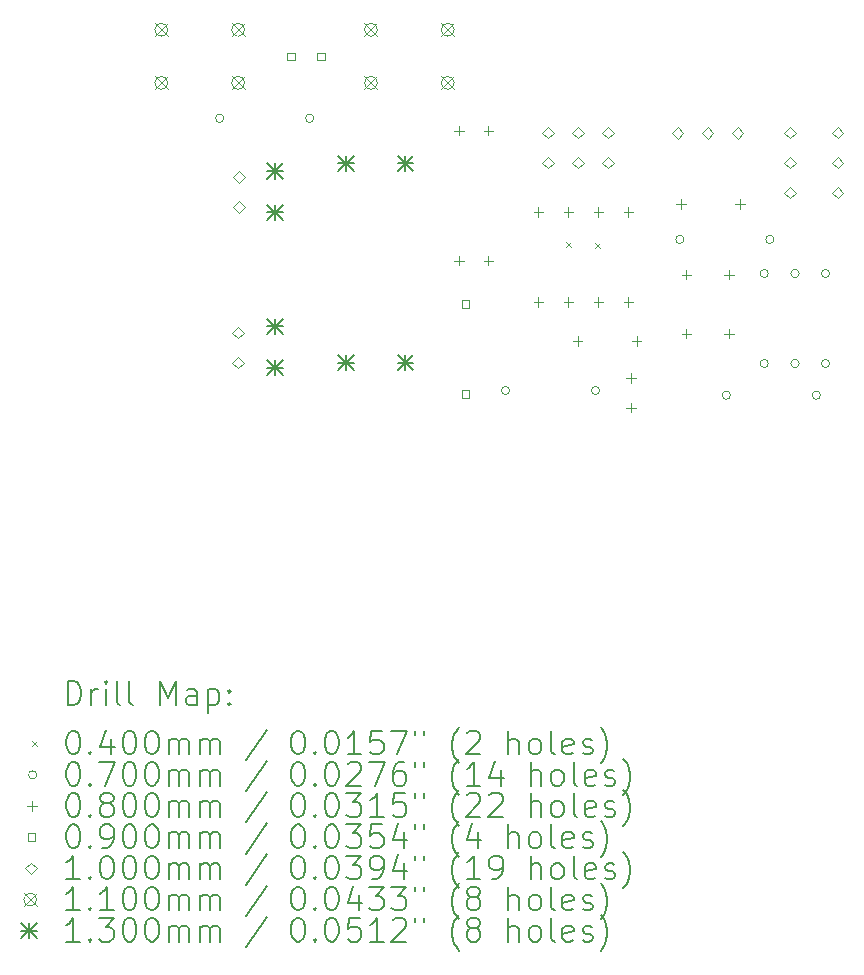
<source format=gbr>
%TF.GenerationSoftware,KiCad,Pcbnew,7.0.6*%
%TF.CreationDate,2023-08-07T22:53:39+02:00*%
%TF.ProjectId,attiny85_time_switch,61747469-6e79-4383-955f-74696d655f73,1.0*%
%TF.SameCoordinates,Original*%
%TF.FileFunction,Drillmap*%
%TF.FilePolarity,Positive*%
%FSLAX45Y45*%
G04 Gerber Fmt 4.5, Leading zero omitted, Abs format (unit mm)*
G04 Created by KiCad (PCBNEW 7.0.6) date 2023-08-07 22:53:39*
%MOMM*%
%LPD*%
G01*
G04 APERTURE LIST*
%ADD10C,0.200000*%
%ADD11C,0.040000*%
%ADD12C,0.070000*%
%ADD13C,0.080000*%
%ADD14C,0.090000*%
%ADD15C,0.100000*%
%ADD16C,0.110000*%
%ADD17C,0.130000*%
G04 APERTURE END LIST*
D10*
D11*
X15345000Y-9815000D02*
X15385000Y-9855000D01*
X15385000Y-9815000D02*
X15345000Y-9855000D01*
X15590000Y-9820000D02*
X15630000Y-9860000D01*
X15630000Y-9820000D02*
X15590000Y-9860000D01*
D12*
X12444000Y-8765000D02*
G75*
G03*
X12444000Y-8765000I-35000J0D01*
G01*
X13206000Y-8765000D02*
G75*
G03*
X13206000Y-8765000I-35000J0D01*
G01*
X14864000Y-11070000D02*
G75*
G03*
X14864000Y-11070000I-35000J0D01*
G01*
X15626000Y-11070000D02*
G75*
G03*
X15626000Y-11070000I-35000J0D01*
G01*
X16340000Y-9791000D02*
G75*
G03*
X16340000Y-9791000I-35000J0D01*
G01*
X16734000Y-11110000D02*
G75*
G03*
X16734000Y-11110000I-35000J0D01*
G01*
X17055000Y-10079000D02*
G75*
G03*
X17055000Y-10079000I-35000J0D01*
G01*
X17055000Y-10841000D02*
G75*
G03*
X17055000Y-10841000I-35000J0D01*
G01*
X17102000Y-9791000D02*
G75*
G03*
X17102000Y-9791000I-35000J0D01*
G01*
X17315000Y-10079000D02*
G75*
G03*
X17315000Y-10079000I-35000J0D01*
G01*
X17315000Y-10841000D02*
G75*
G03*
X17315000Y-10841000I-35000J0D01*
G01*
X17496000Y-11110000D02*
G75*
G03*
X17496000Y-11110000I-35000J0D01*
G01*
X17575000Y-10079000D02*
G75*
G03*
X17575000Y-10079000I-35000J0D01*
G01*
X17575000Y-10841000D02*
G75*
G03*
X17575000Y-10841000I-35000J0D01*
G01*
D13*
X14435000Y-8830000D02*
X14435000Y-8910000D01*
X14395000Y-8870000D02*
X14475000Y-8870000D01*
X14435000Y-9930000D02*
X14435000Y-10010000D01*
X14395000Y-9970000D02*
X14475000Y-9970000D01*
X14685000Y-8830000D02*
X14685000Y-8910000D01*
X14645000Y-8870000D02*
X14725000Y-8870000D01*
X14685000Y-9930000D02*
X14685000Y-10010000D01*
X14645000Y-9970000D02*
X14725000Y-9970000D01*
X15108000Y-9520000D02*
X15108000Y-9600000D01*
X15068000Y-9560000D02*
X15148000Y-9560000D01*
X15108000Y-10282000D02*
X15108000Y-10362000D01*
X15068000Y-10322000D02*
X15148000Y-10322000D01*
X15362000Y-9520000D02*
X15362000Y-9600000D01*
X15322000Y-9560000D02*
X15402000Y-9560000D01*
X15362000Y-10282000D02*
X15362000Y-10362000D01*
X15322000Y-10322000D02*
X15402000Y-10322000D01*
X15440000Y-10610000D02*
X15440000Y-10690000D01*
X15400000Y-10650000D02*
X15480000Y-10650000D01*
X15616000Y-9520000D02*
X15616000Y-9600000D01*
X15576000Y-9560000D02*
X15656000Y-9560000D01*
X15616000Y-10282000D02*
X15616000Y-10362000D01*
X15576000Y-10322000D02*
X15656000Y-10322000D01*
X15870000Y-9520000D02*
X15870000Y-9600000D01*
X15830000Y-9560000D02*
X15910000Y-9560000D01*
X15870000Y-10282000D02*
X15870000Y-10362000D01*
X15830000Y-10322000D02*
X15910000Y-10322000D01*
X15890000Y-10925000D02*
X15890000Y-11005000D01*
X15850000Y-10965000D02*
X15930000Y-10965000D01*
X15890000Y-11175000D02*
X15890000Y-11255000D01*
X15850000Y-11215000D02*
X15930000Y-11215000D01*
X15940000Y-10610000D02*
X15940000Y-10690000D01*
X15900000Y-10650000D02*
X15980000Y-10650000D01*
X16315000Y-9451000D02*
X16315000Y-9531000D01*
X16275000Y-9491000D02*
X16355000Y-9491000D01*
X16360000Y-10049000D02*
X16360000Y-10129000D01*
X16320000Y-10089000D02*
X16400000Y-10089000D01*
X16360000Y-10549000D02*
X16360000Y-10629000D01*
X16320000Y-10589000D02*
X16400000Y-10589000D01*
X16720000Y-10049000D02*
X16720000Y-10129000D01*
X16680000Y-10089000D02*
X16760000Y-10089000D01*
X16720000Y-10549000D02*
X16720000Y-10629000D01*
X16680000Y-10589000D02*
X16760000Y-10589000D01*
X16815000Y-9451000D02*
X16815000Y-9531000D01*
X16775000Y-9491000D02*
X16855000Y-9491000D01*
D14*
X13042820Y-8271820D02*
X13042820Y-8208180D01*
X12979180Y-8208180D01*
X12979180Y-8271820D01*
X13042820Y-8271820D01*
X13296820Y-8271820D02*
X13296820Y-8208180D01*
X13233180Y-8208180D01*
X13233180Y-8271820D01*
X13296820Y-8271820D01*
X14521820Y-10370820D02*
X14521820Y-10307180D01*
X14458180Y-10307180D01*
X14458180Y-10370820D01*
X14521820Y-10370820D01*
X14521820Y-11132820D02*
X14521820Y-11069180D01*
X14458180Y-11069180D01*
X14458180Y-11132820D01*
X14521820Y-11132820D01*
D15*
X12566500Y-10629000D02*
X12616500Y-10579000D01*
X12566500Y-10529000D01*
X12516500Y-10579000D01*
X12566500Y-10629000D01*
X12566500Y-10883000D02*
X12616500Y-10833000D01*
X12566500Y-10783000D01*
X12516500Y-10833000D01*
X12566500Y-10883000D01*
X12570000Y-9309000D02*
X12620000Y-9259000D01*
X12570000Y-9209000D01*
X12520000Y-9259000D01*
X12570000Y-9309000D01*
X12570000Y-9563000D02*
X12620000Y-9513000D01*
X12570000Y-9463000D01*
X12520000Y-9513000D01*
X12570000Y-9563000D01*
X15191001Y-8935999D02*
X15241001Y-8885999D01*
X15191001Y-8835999D01*
X15141001Y-8885999D01*
X15191001Y-8935999D01*
X15191001Y-9189999D02*
X15241001Y-9139999D01*
X15191001Y-9089999D01*
X15141001Y-9139999D01*
X15191001Y-9189999D01*
X15445001Y-8935999D02*
X15495001Y-8885999D01*
X15445001Y-8835999D01*
X15395001Y-8885999D01*
X15445001Y-8935999D01*
X15445001Y-9189999D02*
X15495001Y-9139999D01*
X15445001Y-9089999D01*
X15395001Y-9139999D01*
X15445001Y-9189999D01*
X15699001Y-8935999D02*
X15749001Y-8885999D01*
X15699001Y-8835999D01*
X15649001Y-8885999D01*
X15699001Y-8935999D01*
X15699001Y-9189999D02*
X15749001Y-9139999D01*
X15699001Y-9089999D01*
X15649001Y-9139999D01*
X15699001Y-9189999D01*
X16286000Y-8939000D02*
X16336000Y-8889000D01*
X16286000Y-8839000D01*
X16236000Y-8889000D01*
X16286000Y-8939000D01*
X16540000Y-8939000D02*
X16590000Y-8889000D01*
X16540000Y-8839000D01*
X16490000Y-8889000D01*
X16540000Y-8939000D01*
X16794000Y-8939000D02*
X16844000Y-8889000D01*
X16794000Y-8839000D01*
X16744000Y-8889000D01*
X16794000Y-8939000D01*
X17240000Y-8936000D02*
X17290000Y-8886000D01*
X17240000Y-8836000D01*
X17190000Y-8886000D01*
X17240000Y-8936000D01*
X17240000Y-9190000D02*
X17290000Y-9140000D01*
X17240000Y-9090000D01*
X17190000Y-9140000D01*
X17240000Y-9190000D01*
X17240000Y-9444000D02*
X17290000Y-9394000D01*
X17240000Y-9344000D01*
X17190000Y-9394000D01*
X17240000Y-9444000D01*
X17640000Y-8936000D02*
X17690000Y-8886000D01*
X17640000Y-8836000D01*
X17590000Y-8886000D01*
X17640000Y-8936000D01*
X17640000Y-9190000D02*
X17690000Y-9140000D01*
X17640000Y-9090000D01*
X17590000Y-9140000D01*
X17640000Y-9190000D01*
X17640000Y-9444000D02*
X17690000Y-9394000D01*
X17640000Y-9344000D01*
X17590000Y-9394000D01*
X17640000Y-9444000D01*
D16*
X11860000Y-7960000D02*
X11970000Y-8070000D01*
X11970000Y-7960000D02*
X11860000Y-8070000D01*
X11970000Y-8015000D02*
G75*
G03*
X11970000Y-8015000I-55000J0D01*
G01*
X11860000Y-8410000D02*
X11970000Y-8520000D01*
X11970000Y-8410000D02*
X11860000Y-8520000D01*
X11970000Y-8465000D02*
G75*
G03*
X11970000Y-8465000I-55000J0D01*
G01*
X12510000Y-7960000D02*
X12620000Y-8070000D01*
X12620000Y-7960000D02*
X12510000Y-8070000D01*
X12620000Y-8015000D02*
G75*
G03*
X12620000Y-8015000I-55000J0D01*
G01*
X12510000Y-8410000D02*
X12620000Y-8520000D01*
X12620000Y-8410000D02*
X12510000Y-8520000D01*
X12620000Y-8465000D02*
G75*
G03*
X12620000Y-8465000I-55000J0D01*
G01*
X13635000Y-7960000D02*
X13745000Y-8070000D01*
X13745000Y-7960000D02*
X13635000Y-8070000D01*
X13745000Y-8015000D02*
G75*
G03*
X13745000Y-8015000I-55000J0D01*
G01*
X13635000Y-8410000D02*
X13745000Y-8520000D01*
X13745000Y-8410000D02*
X13635000Y-8520000D01*
X13745000Y-8465000D02*
G75*
G03*
X13745000Y-8465000I-55000J0D01*
G01*
X14285000Y-7960000D02*
X14395000Y-8070000D01*
X14395000Y-7960000D02*
X14285000Y-8070000D01*
X14395000Y-8015000D02*
G75*
G03*
X14395000Y-8015000I-55000J0D01*
G01*
X14285000Y-8410000D02*
X14395000Y-8520000D01*
X14395000Y-8410000D02*
X14285000Y-8520000D01*
X14395000Y-8465000D02*
G75*
G03*
X14395000Y-8465000I-55000J0D01*
G01*
D17*
X12811751Y-9146249D02*
X12941751Y-9276249D01*
X12941751Y-9146249D02*
X12811751Y-9276249D01*
X12876751Y-9146249D02*
X12876751Y-9276249D01*
X12811751Y-9211249D02*
X12941751Y-9211249D01*
X12811751Y-9496249D02*
X12941751Y-9626249D01*
X12941751Y-9496249D02*
X12811751Y-9626249D01*
X12876751Y-9496249D02*
X12876751Y-9626249D01*
X12811751Y-9561249D02*
X12941751Y-9561249D01*
X12811751Y-10461249D02*
X12941751Y-10591249D01*
X12941751Y-10461249D02*
X12811751Y-10591249D01*
X12876751Y-10461249D02*
X12876751Y-10591249D01*
X12811751Y-10526249D02*
X12941751Y-10526249D01*
X12811751Y-10811249D02*
X12941751Y-10941249D01*
X12941751Y-10811249D02*
X12811751Y-10941249D01*
X12876751Y-10811249D02*
X12876751Y-10941249D01*
X12811751Y-10876249D02*
X12941751Y-10876249D01*
X13415000Y-9080000D02*
X13545000Y-9210000D01*
X13545000Y-9080000D02*
X13415000Y-9210000D01*
X13480000Y-9080000D02*
X13480000Y-9210000D01*
X13415000Y-9145000D02*
X13545000Y-9145000D01*
X13415000Y-10770000D02*
X13545000Y-10900000D01*
X13545000Y-10770000D02*
X13415000Y-10900000D01*
X13480000Y-10770000D02*
X13480000Y-10900000D01*
X13415000Y-10835000D02*
X13545000Y-10835000D01*
X13915000Y-9080000D02*
X14045000Y-9210000D01*
X14045000Y-9080000D02*
X13915000Y-9210000D01*
X13980000Y-9080000D02*
X13980000Y-9210000D01*
X13915000Y-9145000D02*
X14045000Y-9145000D01*
X13915000Y-10770000D02*
X14045000Y-10900000D01*
X14045000Y-10770000D02*
X13915000Y-10900000D01*
X13980000Y-10770000D02*
X13980000Y-10900000D01*
X13915000Y-10835000D02*
X14045000Y-10835000D01*
D10*
X11120777Y-13731484D02*
X11120777Y-13531484D01*
X11120777Y-13531484D02*
X11168396Y-13531484D01*
X11168396Y-13531484D02*
X11196967Y-13541008D01*
X11196967Y-13541008D02*
X11216015Y-13560055D01*
X11216015Y-13560055D02*
X11225539Y-13579103D01*
X11225539Y-13579103D02*
X11235062Y-13617198D01*
X11235062Y-13617198D02*
X11235062Y-13645769D01*
X11235062Y-13645769D02*
X11225539Y-13683865D01*
X11225539Y-13683865D02*
X11216015Y-13702912D01*
X11216015Y-13702912D02*
X11196967Y-13721960D01*
X11196967Y-13721960D02*
X11168396Y-13731484D01*
X11168396Y-13731484D02*
X11120777Y-13731484D01*
X11320777Y-13731484D02*
X11320777Y-13598150D01*
X11320777Y-13636246D02*
X11330301Y-13617198D01*
X11330301Y-13617198D02*
X11339824Y-13607674D01*
X11339824Y-13607674D02*
X11358872Y-13598150D01*
X11358872Y-13598150D02*
X11377920Y-13598150D01*
X11444586Y-13731484D02*
X11444586Y-13598150D01*
X11444586Y-13531484D02*
X11435062Y-13541008D01*
X11435062Y-13541008D02*
X11444586Y-13550531D01*
X11444586Y-13550531D02*
X11454110Y-13541008D01*
X11454110Y-13541008D02*
X11444586Y-13531484D01*
X11444586Y-13531484D02*
X11444586Y-13550531D01*
X11568396Y-13731484D02*
X11549348Y-13721960D01*
X11549348Y-13721960D02*
X11539824Y-13702912D01*
X11539824Y-13702912D02*
X11539824Y-13531484D01*
X11673158Y-13731484D02*
X11654110Y-13721960D01*
X11654110Y-13721960D02*
X11644586Y-13702912D01*
X11644586Y-13702912D02*
X11644586Y-13531484D01*
X11901729Y-13731484D02*
X11901729Y-13531484D01*
X11901729Y-13531484D02*
X11968396Y-13674341D01*
X11968396Y-13674341D02*
X12035062Y-13531484D01*
X12035062Y-13531484D02*
X12035062Y-13731484D01*
X12216015Y-13731484D02*
X12216015Y-13626722D01*
X12216015Y-13626722D02*
X12206491Y-13607674D01*
X12206491Y-13607674D02*
X12187443Y-13598150D01*
X12187443Y-13598150D02*
X12149348Y-13598150D01*
X12149348Y-13598150D02*
X12130301Y-13607674D01*
X12216015Y-13721960D02*
X12196967Y-13731484D01*
X12196967Y-13731484D02*
X12149348Y-13731484D01*
X12149348Y-13731484D02*
X12130301Y-13721960D01*
X12130301Y-13721960D02*
X12120777Y-13702912D01*
X12120777Y-13702912D02*
X12120777Y-13683865D01*
X12120777Y-13683865D02*
X12130301Y-13664817D01*
X12130301Y-13664817D02*
X12149348Y-13655293D01*
X12149348Y-13655293D02*
X12196967Y-13655293D01*
X12196967Y-13655293D02*
X12216015Y-13645769D01*
X12311253Y-13598150D02*
X12311253Y-13798150D01*
X12311253Y-13607674D02*
X12330301Y-13598150D01*
X12330301Y-13598150D02*
X12368396Y-13598150D01*
X12368396Y-13598150D02*
X12387443Y-13607674D01*
X12387443Y-13607674D02*
X12396967Y-13617198D01*
X12396967Y-13617198D02*
X12406491Y-13636246D01*
X12406491Y-13636246D02*
X12406491Y-13693388D01*
X12406491Y-13693388D02*
X12396967Y-13712436D01*
X12396967Y-13712436D02*
X12387443Y-13721960D01*
X12387443Y-13721960D02*
X12368396Y-13731484D01*
X12368396Y-13731484D02*
X12330301Y-13731484D01*
X12330301Y-13731484D02*
X12311253Y-13721960D01*
X12492205Y-13712436D02*
X12501729Y-13721960D01*
X12501729Y-13721960D02*
X12492205Y-13731484D01*
X12492205Y-13731484D02*
X12482682Y-13721960D01*
X12482682Y-13721960D02*
X12492205Y-13712436D01*
X12492205Y-13712436D02*
X12492205Y-13731484D01*
X12492205Y-13607674D02*
X12501729Y-13617198D01*
X12501729Y-13617198D02*
X12492205Y-13626722D01*
X12492205Y-13626722D02*
X12482682Y-13617198D01*
X12482682Y-13617198D02*
X12492205Y-13607674D01*
X12492205Y-13607674D02*
X12492205Y-13626722D01*
D11*
X10820000Y-14040000D02*
X10860000Y-14080000D01*
X10860000Y-14040000D02*
X10820000Y-14080000D01*
D10*
X11158872Y-13951484D02*
X11177920Y-13951484D01*
X11177920Y-13951484D02*
X11196967Y-13961008D01*
X11196967Y-13961008D02*
X11206491Y-13970531D01*
X11206491Y-13970531D02*
X11216015Y-13989579D01*
X11216015Y-13989579D02*
X11225539Y-14027674D01*
X11225539Y-14027674D02*
X11225539Y-14075293D01*
X11225539Y-14075293D02*
X11216015Y-14113388D01*
X11216015Y-14113388D02*
X11206491Y-14132436D01*
X11206491Y-14132436D02*
X11196967Y-14141960D01*
X11196967Y-14141960D02*
X11177920Y-14151484D01*
X11177920Y-14151484D02*
X11158872Y-14151484D01*
X11158872Y-14151484D02*
X11139824Y-14141960D01*
X11139824Y-14141960D02*
X11130301Y-14132436D01*
X11130301Y-14132436D02*
X11120777Y-14113388D01*
X11120777Y-14113388D02*
X11111253Y-14075293D01*
X11111253Y-14075293D02*
X11111253Y-14027674D01*
X11111253Y-14027674D02*
X11120777Y-13989579D01*
X11120777Y-13989579D02*
X11130301Y-13970531D01*
X11130301Y-13970531D02*
X11139824Y-13961008D01*
X11139824Y-13961008D02*
X11158872Y-13951484D01*
X11311253Y-14132436D02*
X11320777Y-14141960D01*
X11320777Y-14141960D02*
X11311253Y-14151484D01*
X11311253Y-14151484D02*
X11301729Y-14141960D01*
X11301729Y-14141960D02*
X11311253Y-14132436D01*
X11311253Y-14132436D02*
X11311253Y-14151484D01*
X11492205Y-14018150D02*
X11492205Y-14151484D01*
X11444586Y-13941960D02*
X11396967Y-14084817D01*
X11396967Y-14084817D02*
X11520777Y-14084817D01*
X11635062Y-13951484D02*
X11654110Y-13951484D01*
X11654110Y-13951484D02*
X11673158Y-13961008D01*
X11673158Y-13961008D02*
X11682682Y-13970531D01*
X11682682Y-13970531D02*
X11692205Y-13989579D01*
X11692205Y-13989579D02*
X11701729Y-14027674D01*
X11701729Y-14027674D02*
X11701729Y-14075293D01*
X11701729Y-14075293D02*
X11692205Y-14113388D01*
X11692205Y-14113388D02*
X11682682Y-14132436D01*
X11682682Y-14132436D02*
X11673158Y-14141960D01*
X11673158Y-14141960D02*
X11654110Y-14151484D01*
X11654110Y-14151484D02*
X11635062Y-14151484D01*
X11635062Y-14151484D02*
X11616015Y-14141960D01*
X11616015Y-14141960D02*
X11606491Y-14132436D01*
X11606491Y-14132436D02*
X11596967Y-14113388D01*
X11596967Y-14113388D02*
X11587443Y-14075293D01*
X11587443Y-14075293D02*
X11587443Y-14027674D01*
X11587443Y-14027674D02*
X11596967Y-13989579D01*
X11596967Y-13989579D02*
X11606491Y-13970531D01*
X11606491Y-13970531D02*
X11616015Y-13961008D01*
X11616015Y-13961008D02*
X11635062Y-13951484D01*
X11825539Y-13951484D02*
X11844586Y-13951484D01*
X11844586Y-13951484D02*
X11863634Y-13961008D01*
X11863634Y-13961008D02*
X11873158Y-13970531D01*
X11873158Y-13970531D02*
X11882682Y-13989579D01*
X11882682Y-13989579D02*
X11892205Y-14027674D01*
X11892205Y-14027674D02*
X11892205Y-14075293D01*
X11892205Y-14075293D02*
X11882682Y-14113388D01*
X11882682Y-14113388D02*
X11873158Y-14132436D01*
X11873158Y-14132436D02*
X11863634Y-14141960D01*
X11863634Y-14141960D02*
X11844586Y-14151484D01*
X11844586Y-14151484D02*
X11825539Y-14151484D01*
X11825539Y-14151484D02*
X11806491Y-14141960D01*
X11806491Y-14141960D02*
X11796967Y-14132436D01*
X11796967Y-14132436D02*
X11787443Y-14113388D01*
X11787443Y-14113388D02*
X11777920Y-14075293D01*
X11777920Y-14075293D02*
X11777920Y-14027674D01*
X11777920Y-14027674D02*
X11787443Y-13989579D01*
X11787443Y-13989579D02*
X11796967Y-13970531D01*
X11796967Y-13970531D02*
X11806491Y-13961008D01*
X11806491Y-13961008D02*
X11825539Y-13951484D01*
X11977920Y-14151484D02*
X11977920Y-14018150D01*
X11977920Y-14037198D02*
X11987443Y-14027674D01*
X11987443Y-14027674D02*
X12006491Y-14018150D01*
X12006491Y-14018150D02*
X12035063Y-14018150D01*
X12035063Y-14018150D02*
X12054110Y-14027674D01*
X12054110Y-14027674D02*
X12063634Y-14046722D01*
X12063634Y-14046722D02*
X12063634Y-14151484D01*
X12063634Y-14046722D02*
X12073158Y-14027674D01*
X12073158Y-14027674D02*
X12092205Y-14018150D01*
X12092205Y-14018150D02*
X12120777Y-14018150D01*
X12120777Y-14018150D02*
X12139824Y-14027674D01*
X12139824Y-14027674D02*
X12149348Y-14046722D01*
X12149348Y-14046722D02*
X12149348Y-14151484D01*
X12244586Y-14151484D02*
X12244586Y-14018150D01*
X12244586Y-14037198D02*
X12254110Y-14027674D01*
X12254110Y-14027674D02*
X12273158Y-14018150D01*
X12273158Y-14018150D02*
X12301729Y-14018150D01*
X12301729Y-14018150D02*
X12320777Y-14027674D01*
X12320777Y-14027674D02*
X12330301Y-14046722D01*
X12330301Y-14046722D02*
X12330301Y-14151484D01*
X12330301Y-14046722D02*
X12339824Y-14027674D01*
X12339824Y-14027674D02*
X12358872Y-14018150D01*
X12358872Y-14018150D02*
X12387443Y-14018150D01*
X12387443Y-14018150D02*
X12406491Y-14027674D01*
X12406491Y-14027674D02*
X12416015Y-14046722D01*
X12416015Y-14046722D02*
X12416015Y-14151484D01*
X12806491Y-13941960D02*
X12635063Y-14199103D01*
X13063634Y-13951484D02*
X13082682Y-13951484D01*
X13082682Y-13951484D02*
X13101729Y-13961008D01*
X13101729Y-13961008D02*
X13111253Y-13970531D01*
X13111253Y-13970531D02*
X13120777Y-13989579D01*
X13120777Y-13989579D02*
X13130301Y-14027674D01*
X13130301Y-14027674D02*
X13130301Y-14075293D01*
X13130301Y-14075293D02*
X13120777Y-14113388D01*
X13120777Y-14113388D02*
X13111253Y-14132436D01*
X13111253Y-14132436D02*
X13101729Y-14141960D01*
X13101729Y-14141960D02*
X13082682Y-14151484D01*
X13082682Y-14151484D02*
X13063634Y-14151484D01*
X13063634Y-14151484D02*
X13044586Y-14141960D01*
X13044586Y-14141960D02*
X13035063Y-14132436D01*
X13035063Y-14132436D02*
X13025539Y-14113388D01*
X13025539Y-14113388D02*
X13016015Y-14075293D01*
X13016015Y-14075293D02*
X13016015Y-14027674D01*
X13016015Y-14027674D02*
X13025539Y-13989579D01*
X13025539Y-13989579D02*
X13035063Y-13970531D01*
X13035063Y-13970531D02*
X13044586Y-13961008D01*
X13044586Y-13961008D02*
X13063634Y-13951484D01*
X13216015Y-14132436D02*
X13225539Y-14141960D01*
X13225539Y-14141960D02*
X13216015Y-14151484D01*
X13216015Y-14151484D02*
X13206491Y-14141960D01*
X13206491Y-14141960D02*
X13216015Y-14132436D01*
X13216015Y-14132436D02*
X13216015Y-14151484D01*
X13349348Y-13951484D02*
X13368396Y-13951484D01*
X13368396Y-13951484D02*
X13387444Y-13961008D01*
X13387444Y-13961008D02*
X13396967Y-13970531D01*
X13396967Y-13970531D02*
X13406491Y-13989579D01*
X13406491Y-13989579D02*
X13416015Y-14027674D01*
X13416015Y-14027674D02*
X13416015Y-14075293D01*
X13416015Y-14075293D02*
X13406491Y-14113388D01*
X13406491Y-14113388D02*
X13396967Y-14132436D01*
X13396967Y-14132436D02*
X13387444Y-14141960D01*
X13387444Y-14141960D02*
X13368396Y-14151484D01*
X13368396Y-14151484D02*
X13349348Y-14151484D01*
X13349348Y-14151484D02*
X13330301Y-14141960D01*
X13330301Y-14141960D02*
X13320777Y-14132436D01*
X13320777Y-14132436D02*
X13311253Y-14113388D01*
X13311253Y-14113388D02*
X13301729Y-14075293D01*
X13301729Y-14075293D02*
X13301729Y-14027674D01*
X13301729Y-14027674D02*
X13311253Y-13989579D01*
X13311253Y-13989579D02*
X13320777Y-13970531D01*
X13320777Y-13970531D02*
X13330301Y-13961008D01*
X13330301Y-13961008D02*
X13349348Y-13951484D01*
X13606491Y-14151484D02*
X13492206Y-14151484D01*
X13549348Y-14151484D02*
X13549348Y-13951484D01*
X13549348Y-13951484D02*
X13530301Y-13980055D01*
X13530301Y-13980055D02*
X13511253Y-13999103D01*
X13511253Y-13999103D02*
X13492206Y-14008627D01*
X13787444Y-13951484D02*
X13692206Y-13951484D01*
X13692206Y-13951484D02*
X13682682Y-14046722D01*
X13682682Y-14046722D02*
X13692206Y-14037198D01*
X13692206Y-14037198D02*
X13711253Y-14027674D01*
X13711253Y-14027674D02*
X13758872Y-14027674D01*
X13758872Y-14027674D02*
X13777920Y-14037198D01*
X13777920Y-14037198D02*
X13787444Y-14046722D01*
X13787444Y-14046722D02*
X13796967Y-14065769D01*
X13796967Y-14065769D02*
X13796967Y-14113388D01*
X13796967Y-14113388D02*
X13787444Y-14132436D01*
X13787444Y-14132436D02*
X13777920Y-14141960D01*
X13777920Y-14141960D02*
X13758872Y-14151484D01*
X13758872Y-14151484D02*
X13711253Y-14151484D01*
X13711253Y-14151484D02*
X13692206Y-14141960D01*
X13692206Y-14141960D02*
X13682682Y-14132436D01*
X13863634Y-13951484D02*
X13996967Y-13951484D01*
X13996967Y-13951484D02*
X13911253Y-14151484D01*
X14063634Y-13951484D02*
X14063634Y-13989579D01*
X14139825Y-13951484D02*
X14139825Y-13989579D01*
X14435063Y-14227674D02*
X14425539Y-14218150D01*
X14425539Y-14218150D02*
X14406491Y-14189579D01*
X14406491Y-14189579D02*
X14396968Y-14170531D01*
X14396968Y-14170531D02*
X14387444Y-14141960D01*
X14387444Y-14141960D02*
X14377920Y-14094341D01*
X14377920Y-14094341D02*
X14377920Y-14056246D01*
X14377920Y-14056246D02*
X14387444Y-14008627D01*
X14387444Y-14008627D02*
X14396968Y-13980055D01*
X14396968Y-13980055D02*
X14406491Y-13961008D01*
X14406491Y-13961008D02*
X14425539Y-13932436D01*
X14425539Y-13932436D02*
X14435063Y-13922912D01*
X14501729Y-13970531D02*
X14511253Y-13961008D01*
X14511253Y-13961008D02*
X14530301Y-13951484D01*
X14530301Y-13951484D02*
X14577920Y-13951484D01*
X14577920Y-13951484D02*
X14596968Y-13961008D01*
X14596968Y-13961008D02*
X14606491Y-13970531D01*
X14606491Y-13970531D02*
X14616015Y-13989579D01*
X14616015Y-13989579D02*
X14616015Y-14008627D01*
X14616015Y-14008627D02*
X14606491Y-14037198D01*
X14606491Y-14037198D02*
X14492206Y-14151484D01*
X14492206Y-14151484D02*
X14616015Y-14151484D01*
X14854110Y-14151484D02*
X14854110Y-13951484D01*
X14939825Y-14151484D02*
X14939825Y-14046722D01*
X14939825Y-14046722D02*
X14930301Y-14027674D01*
X14930301Y-14027674D02*
X14911253Y-14018150D01*
X14911253Y-14018150D02*
X14882682Y-14018150D01*
X14882682Y-14018150D02*
X14863634Y-14027674D01*
X14863634Y-14027674D02*
X14854110Y-14037198D01*
X15063634Y-14151484D02*
X15044587Y-14141960D01*
X15044587Y-14141960D02*
X15035063Y-14132436D01*
X15035063Y-14132436D02*
X15025539Y-14113388D01*
X15025539Y-14113388D02*
X15025539Y-14056246D01*
X15025539Y-14056246D02*
X15035063Y-14037198D01*
X15035063Y-14037198D02*
X15044587Y-14027674D01*
X15044587Y-14027674D02*
X15063634Y-14018150D01*
X15063634Y-14018150D02*
X15092206Y-14018150D01*
X15092206Y-14018150D02*
X15111253Y-14027674D01*
X15111253Y-14027674D02*
X15120777Y-14037198D01*
X15120777Y-14037198D02*
X15130301Y-14056246D01*
X15130301Y-14056246D02*
X15130301Y-14113388D01*
X15130301Y-14113388D02*
X15120777Y-14132436D01*
X15120777Y-14132436D02*
X15111253Y-14141960D01*
X15111253Y-14141960D02*
X15092206Y-14151484D01*
X15092206Y-14151484D02*
X15063634Y-14151484D01*
X15244587Y-14151484D02*
X15225539Y-14141960D01*
X15225539Y-14141960D02*
X15216015Y-14122912D01*
X15216015Y-14122912D02*
X15216015Y-13951484D01*
X15396968Y-14141960D02*
X15377920Y-14151484D01*
X15377920Y-14151484D02*
X15339825Y-14151484D01*
X15339825Y-14151484D02*
X15320777Y-14141960D01*
X15320777Y-14141960D02*
X15311253Y-14122912D01*
X15311253Y-14122912D02*
X15311253Y-14046722D01*
X15311253Y-14046722D02*
X15320777Y-14027674D01*
X15320777Y-14027674D02*
X15339825Y-14018150D01*
X15339825Y-14018150D02*
X15377920Y-14018150D01*
X15377920Y-14018150D02*
X15396968Y-14027674D01*
X15396968Y-14027674D02*
X15406491Y-14046722D01*
X15406491Y-14046722D02*
X15406491Y-14065769D01*
X15406491Y-14065769D02*
X15311253Y-14084817D01*
X15482682Y-14141960D02*
X15501730Y-14151484D01*
X15501730Y-14151484D02*
X15539825Y-14151484D01*
X15539825Y-14151484D02*
X15558872Y-14141960D01*
X15558872Y-14141960D02*
X15568396Y-14122912D01*
X15568396Y-14122912D02*
X15568396Y-14113388D01*
X15568396Y-14113388D02*
X15558872Y-14094341D01*
X15558872Y-14094341D02*
X15539825Y-14084817D01*
X15539825Y-14084817D02*
X15511253Y-14084817D01*
X15511253Y-14084817D02*
X15492206Y-14075293D01*
X15492206Y-14075293D02*
X15482682Y-14056246D01*
X15482682Y-14056246D02*
X15482682Y-14046722D01*
X15482682Y-14046722D02*
X15492206Y-14027674D01*
X15492206Y-14027674D02*
X15511253Y-14018150D01*
X15511253Y-14018150D02*
X15539825Y-14018150D01*
X15539825Y-14018150D02*
X15558872Y-14027674D01*
X15635063Y-14227674D02*
X15644587Y-14218150D01*
X15644587Y-14218150D02*
X15663634Y-14189579D01*
X15663634Y-14189579D02*
X15673158Y-14170531D01*
X15673158Y-14170531D02*
X15682682Y-14141960D01*
X15682682Y-14141960D02*
X15692206Y-14094341D01*
X15692206Y-14094341D02*
X15692206Y-14056246D01*
X15692206Y-14056246D02*
X15682682Y-14008627D01*
X15682682Y-14008627D02*
X15673158Y-13980055D01*
X15673158Y-13980055D02*
X15663634Y-13961008D01*
X15663634Y-13961008D02*
X15644587Y-13932436D01*
X15644587Y-13932436D02*
X15635063Y-13922912D01*
D12*
X10860000Y-14324000D02*
G75*
G03*
X10860000Y-14324000I-35000J0D01*
G01*
D10*
X11158872Y-14215484D02*
X11177920Y-14215484D01*
X11177920Y-14215484D02*
X11196967Y-14225008D01*
X11196967Y-14225008D02*
X11206491Y-14234531D01*
X11206491Y-14234531D02*
X11216015Y-14253579D01*
X11216015Y-14253579D02*
X11225539Y-14291674D01*
X11225539Y-14291674D02*
X11225539Y-14339293D01*
X11225539Y-14339293D02*
X11216015Y-14377388D01*
X11216015Y-14377388D02*
X11206491Y-14396436D01*
X11206491Y-14396436D02*
X11196967Y-14405960D01*
X11196967Y-14405960D02*
X11177920Y-14415484D01*
X11177920Y-14415484D02*
X11158872Y-14415484D01*
X11158872Y-14415484D02*
X11139824Y-14405960D01*
X11139824Y-14405960D02*
X11130301Y-14396436D01*
X11130301Y-14396436D02*
X11120777Y-14377388D01*
X11120777Y-14377388D02*
X11111253Y-14339293D01*
X11111253Y-14339293D02*
X11111253Y-14291674D01*
X11111253Y-14291674D02*
X11120777Y-14253579D01*
X11120777Y-14253579D02*
X11130301Y-14234531D01*
X11130301Y-14234531D02*
X11139824Y-14225008D01*
X11139824Y-14225008D02*
X11158872Y-14215484D01*
X11311253Y-14396436D02*
X11320777Y-14405960D01*
X11320777Y-14405960D02*
X11311253Y-14415484D01*
X11311253Y-14415484D02*
X11301729Y-14405960D01*
X11301729Y-14405960D02*
X11311253Y-14396436D01*
X11311253Y-14396436D02*
X11311253Y-14415484D01*
X11387443Y-14215484D02*
X11520777Y-14215484D01*
X11520777Y-14215484D02*
X11435062Y-14415484D01*
X11635062Y-14215484D02*
X11654110Y-14215484D01*
X11654110Y-14215484D02*
X11673158Y-14225008D01*
X11673158Y-14225008D02*
X11682682Y-14234531D01*
X11682682Y-14234531D02*
X11692205Y-14253579D01*
X11692205Y-14253579D02*
X11701729Y-14291674D01*
X11701729Y-14291674D02*
X11701729Y-14339293D01*
X11701729Y-14339293D02*
X11692205Y-14377388D01*
X11692205Y-14377388D02*
X11682682Y-14396436D01*
X11682682Y-14396436D02*
X11673158Y-14405960D01*
X11673158Y-14405960D02*
X11654110Y-14415484D01*
X11654110Y-14415484D02*
X11635062Y-14415484D01*
X11635062Y-14415484D02*
X11616015Y-14405960D01*
X11616015Y-14405960D02*
X11606491Y-14396436D01*
X11606491Y-14396436D02*
X11596967Y-14377388D01*
X11596967Y-14377388D02*
X11587443Y-14339293D01*
X11587443Y-14339293D02*
X11587443Y-14291674D01*
X11587443Y-14291674D02*
X11596967Y-14253579D01*
X11596967Y-14253579D02*
X11606491Y-14234531D01*
X11606491Y-14234531D02*
X11616015Y-14225008D01*
X11616015Y-14225008D02*
X11635062Y-14215484D01*
X11825539Y-14215484D02*
X11844586Y-14215484D01*
X11844586Y-14215484D02*
X11863634Y-14225008D01*
X11863634Y-14225008D02*
X11873158Y-14234531D01*
X11873158Y-14234531D02*
X11882682Y-14253579D01*
X11882682Y-14253579D02*
X11892205Y-14291674D01*
X11892205Y-14291674D02*
X11892205Y-14339293D01*
X11892205Y-14339293D02*
X11882682Y-14377388D01*
X11882682Y-14377388D02*
X11873158Y-14396436D01*
X11873158Y-14396436D02*
X11863634Y-14405960D01*
X11863634Y-14405960D02*
X11844586Y-14415484D01*
X11844586Y-14415484D02*
X11825539Y-14415484D01*
X11825539Y-14415484D02*
X11806491Y-14405960D01*
X11806491Y-14405960D02*
X11796967Y-14396436D01*
X11796967Y-14396436D02*
X11787443Y-14377388D01*
X11787443Y-14377388D02*
X11777920Y-14339293D01*
X11777920Y-14339293D02*
X11777920Y-14291674D01*
X11777920Y-14291674D02*
X11787443Y-14253579D01*
X11787443Y-14253579D02*
X11796967Y-14234531D01*
X11796967Y-14234531D02*
X11806491Y-14225008D01*
X11806491Y-14225008D02*
X11825539Y-14215484D01*
X11977920Y-14415484D02*
X11977920Y-14282150D01*
X11977920Y-14301198D02*
X11987443Y-14291674D01*
X11987443Y-14291674D02*
X12006491Y-14282150D01*
X12006491Y-14282150D02*
X12035063Y-14282150D01*
X12035063Y-14282150D02*
X12054110Y-14291674D01*
X12054110Y-14291674D02*
X12063634Y-14310722D01*
X12063634Y-14310722D02*
X12063634Y-14415484D01*
X12063634Y-14310722D02*
X12073158Y-14291674D01*
X12073158Y-14291674D02*
X12092205Y-14282150D01*
X12092205Y-14282150D02*
X12120777Y-14282150D01*
X12120777Y-14282150D02*
X12139824Y-14291674D01*
X12139824Y-14291674D02*
X12149348Y-14310722D01*
X12149348Y-14310722D02*
X12149348Y-14415484D01*
X12244586Y-14415484D02*
X12244586Y-14282150D01*
X12244586Y-14301198D02*
X12254110Y-14291674D01*
X12254110Y-14291674D02*
X12273158Y-14282150D01*
X12273158Y-14282150D02*
X12301729Y-14282150D01*
X12301729Y-14282150D02*
X12320777Y-14291674D01*
X12320777Y-14291674D02*
X12330301Y-14310722D01*
X12330301Y-14310722D02*
X12330301Y-14415484D01*
X12330301Y-14310722D02*
X12339824Y-14291674D01*
X12339824Y-14291674D02*
X12358872Y-14282150D01*
X12358872Y-14282150D02*
X12387443Y-14282150D01*
X12387443Y-14282150D02*
X12406491Y-14291674D01*
X12406491Y-14291674D02*
X12416015Y-14310722D01*
X12416015Y-14310722D02*
X12416015Y-14415484D01*
X12806491Y-14205960D02*
X12635063Y-14463103D01*
X13063634Y-14215484D02*
X13082682Y-14215484D01*
X13082682Y-14215484D02*
X13101729Y-14225008D01*
X13101729Y-14225008D02*
X13111253Y-14234531D01*
X13111253Y-14234531D02*
X13120777Y-14253579D01*
X13120777Y-14253579D02*
X13130301Y-14291674D01*
X13130301Y-14291674D02*
X13130301Y-14339293D01*
X13130301Y-14339293D02*
X13120777Y-14377388D01*
X13120777Y-14377388D02*
X13111253Y-14396436D01*
X13111253Y-14396436D02*
X13101729Y-14405960D01*
X13101729Y-14405960D02*
X13082682Y-14415484D01*
X13082682Y-14415484D02*
X13063634Y-14415484D01*
X13063634Y-14415484D02*
X13044586Y-14405960D01*
X13044586Y-14405960D02*
X13035063Y-14396436D01*
X13035063Y-14396436D02*
X13025539Y-14377388D01*
X13025539Y-14377388D02*
X13016015Y-14339293D01*
X13016015Y-14339293D02*
X13016015Y-14291674D01*
X13016015Y-14291674D02*
X13025539Y-14253579D01*
X13025539Y-14253579D02*
X13035063Y-14234531D01*
X13035063Y-14234531D02*
X13044586Y-14225008D01*
X13044586Y-14225008D02*
X13063634Y-14215484D01*
X13216015Y-14396436D02*
X13225539Y-14405960D01*
X13225539Y-14405960D02*
X13216015Y-14415484D01*
X13216015Y-14415484D02*
X13206491Y-14405960D01*
X13206491Y-14405960D02*
X13216015Y-14396436D01*
X13216015Y-14396436D02*
X13216015Y-14415484D01*
X13349348Y-14215484D02*
X13368396Y-14215484D01*
X13368396Y-14215484D02*
X13387444Y-14225008D01*
X13387444Y-14225008D02*
X13396967Y-14234531D01*
X13396967Y-14234531D02*
X13406491Y-14253579D01*
X13406491Y-14253579D02*
X13416015Y-14291674D01*
X13416015Y-14291674D02*
X13416015Y-14339293D01*
X13416015Y-14339293D02*
X13406491Y-14377388D01*
X13406491Y-14377388D02*
X13396967Y-14396436D01*
X13396967Y-14396436D02*
X13387444Y-14405960D01*
X13387444Y-14405960D02*
X13368396Y-14415484D01*
X13368396Y-14415484D02*
X13349348Y-14415484D01*
X13349348Y-14415484D02*
X13330301Y-14405960D01*
X13330301Y-14405960D02*
X13320777Y-14396436D01*
X13320777Y-14396436D02*
X13311253Y-14377388D01*
X13311253Y-14377388D02*
X13301729Y-14339293D01*
X13301729Y-14339293D02*
X13301729Y-14291674D01*
X13301729Y-14291674D02*
X13311253Y-14253579D01*
X13311253Y-14253579D02*
X13320777Y-14234531D01*
X13320777Y-14234531D02*
X13330301Y-14225008D01*
X13330301Y-14225008D02*
X13349348Y-14215484D01*
X13492206Y-14234531D02*
X13501729Y-14225008D01*
X13501729Y-14225008D02*
X13520777Y-14215484D01*
X13520777Y-14215484D02*
X13568396Y-14215484D01*
X13568396Y-14215484D02*
X13587444Y-14225008D01*
X13587444Y-14225008D02*
X13596967Y-14234531D01*
X13596967Y-14234531D02*
X13606491Y-14253579D01*
X13606491Y-14253579D02*
X13606491Y-14272627D01*
X13606491Y-14272627D02*
X13596967Y-14301198D01*
X13596967Y-14301198D02*
X13482682Y-14415484D01*
X13482682Y-14415484D02*
X13606491Y-14415484D01*
X13673158Y-14215484D02*
X13806491Y-14215484D01*
X13806491Y-14215484D02*
X13720777Y-14415484D01*
X13968396Y-14215484D02*
X13930301Y-14215484D01*
X13930301Y-14215484D02*
X13911253Y-14225008D01*
X13911253Y-14225008D02*
X13901729Y-14234531D01*
X13901729Y-14234531D02*
X13882682Y-14263103D01*
X13882682Y-14263103D02*
X13873158Y-14301198D01*
X13873158Y-14301198D02*
X13873158Y-14377388D01*
X13873158Y-14377388D02*
X13882682Y-14396436D01*
X13882682Y-14396436D02*
X13892206Y-14405960D01*
X13892206Y-14405960D02*
X13911253Y-14415484D01*
X13911253Y-14415484D02*
X13949348Y-14415484D01*
X13949348Y-14415484D02*
X13968396Y-14405960D01*
X13968396Y-14405960D02*
X13977920Y-14396436D01*
X13977920Y-14396436D02*
X13987444Y-14377388D01*
X13987444Y-14377388D02*
X13987444Y-14329769D01*
X13987444Y-14329769D02*
X13977920Y-14310722D01*
X13977920Y-14310722D02*
X13968396Y-14301198D01*
X13968396Y-14301198D02*
X13949348Y-14291674D01*
X13949348Y-14291674D02*
X13911253Y-14291674D01*
X13911253Y-14291674D02*
X13892206Y-14301198D01*
X13892206Y-14301198D02*
X13882682Y-14310722D01*
X13882682Y-14310722D02*
X13873158Y-14329769D01*
X14063634Y-14215484D02*
X14063634Y-14253579D01*
X14139825Y-14215484D02*
X14139825Y-14253579D01*
X14435063Y-14491674D02*
X14425539Y-14482150D01*
X14425539Y-14482150D02*
X14406491Y-14453579D01*
X14406491Y-14453579D02*
X14396968Y-14434531D01*
X14396968Y-14434531D02*
X14387444Y-14405960D01*
X14387444Y-14405960D02*
X14377920Y-14358341D01*
X14377920Y-14358341D02*
X14377920Y-14320246D01*
X14377920Y-14320246D02*
X14387444Y-14272627D01*
X14387444Y-14272627D02*
X14396968Y-14244055D01*
X14396968Y-14244055D02*
X14406491Y-14225008D01*
X14406491Y-14225008D02*
X14425539Y-14196436D01*
X14425539Y-14196436D02*
X14435063Y-14186912D01*
X14616015Y-14415484D02*
X14501729Y-14415484D01*
X14558872Y-14415484D02*
X14558872Y-14215484D01*
X14558872Y-14215484D02*
X14539825Y-14244055D01*
X14539825Y-14244055D02*
X14520777Y-14263103D01*
X14520777Y-14263103D02*
X14501729Y-14272627D01*
X14787444Y-14282150D02*
X14787444Y-14415484D01*
X14739825Y-14205960D02*
X14692206Y-14348817D01*
X14692206Y-14348817D02*
X14816015Y-14348817D01*
X15044587Y-14415484D02*
X15044587Y-14215484D01*
X15130301Y-14415484D02*
X15130301Y-14310722D01*
X15130301Y-14310722D02*
X15120777Y-14291674D01*
X15120777Y-14291674D02*
X15101730Y-14282150D01*
X15101730Y-14282150D02*
X15073158Y-14282150D01*
X15073158Y-14282150D02*
X15054110Y-14291674D01*
X15054110Y-14291674D02*
X15044587Y-14301198D01*
X15254110Y-14415484D02*
X15235063Y-14405960D01*
X15235063Y-14405960D02*
X15225539Y-14396436D01*
X15225539Y-14396436D02*
X15216015Y-14377388D01*
X15216015Y-14377388D02*
X15216015Y-14320246D01*
X15216015Y-14320246D02*
X15225539Y-14301198D01*
X15225539Y-14301198D02*
X15235063Y-14291674D01*
X15235063Y-14291674D02*
X15254110Y-14282150D01*
X15254110Y-14282150D02*
X15282682Y-14282150D01*
X15282682Y-14282150D02*
X15301730Y-14291674D01*
X15301730Y-14291674D02*
X15311253Y-14301198D01*
X15311253Y-14301198D02*
X15320777Y-14320246D01*
X15320777Y-14320246D02*
X15320777Y-14377388D01*
X15320777Y-14377388D02*
X15311253Y-14396436D01*
X15311253Y-14396436D02*
X15301730Y-14405960D01*
X15301730Y-14405960D02*
X15282682Y-14415484D01*
X15282682Y-14415484D02*
X15254110Y-14415484D01*
X15435063Y-14415484D02*
X15416015Y-14405960D01*
X15416015Y-14405960D02*
X15406491Y-14386912D01*
X15406491Y-14386912D02*
X15406491Y-14215484D01*
X15587444Y-14405960D02*
X15568396Y-14415484D01*
X15568396Y-14415484D02*
X15530301Y-14415484D01*
X15530301Y-14415484D02*
X15511253Y-14405960D01*
X15511253Y-14405960D02*
X15501730Y-14386912D01*
X15501730Y-14386912D02*
X15501730Y-14310722D01*
X15501730Y-14310722D02*
X15511253Y-14291674D01*
X15511253Y-14291674D02*
X15530301Y-14282150D01*
X15530301Y-14282150D02*
X15568396Y-14282150D01*
X15568396Y-14282150D02*
X15587444Y-14291674D01*
X15587444Y-14291674D02*
X15596968Y-14310722D01*
X15596968Y-14310722D02*
X15596968Y-14329769D01*
X15596968Y-14329769D02*
X15501730Y-14348817D01*
X15673158Y-14405960D02*
X15692206Y-14415484D01*
X15692206Y-14415484D02*
X15730301Y-14415484D01*
X15730301Y-14415484D02*
X15749349Y-14405960D01*
X15749349Y-14405960D02*
X15758872Y-14386912D01*
X15758872Y-14386912D02*
X15758872Y-14377388D01*
X15758872Y-14377388D02*
X15749349Y-14358341D01*
X15749349Y-14358341D02*
X15730301Y-14348817D01*
X15730301Y-14348817D02*
X15701730Y-14348817D01*
X15701730Y-14348817D02*
X15682682Y-14339293D01*
X15682682Y-14339293D02*
X15673158Y-14320246D01*
X15673158Y-14320246D02*
X15673158Y-14310722D01*
X15673158Y-14310722D02*
X15682682Y-14291674D01*
X15682682Y-14291674D02*
X15701730Y-14282150D01*
X15701730Y-14282150D02*
X15730301Y-14282150D01*
X15730301Y-14282150D02*
X15749349Y-14291674D01*
X15825539Y-14491674D02*
X15835063Y-14482150D01*
X15835063Y-14482150D02*
X15854111Y-14453579D01*
X15854111Y-14453579D02*
X15863634Y-14434531D01*
X15863634Y-14434531D02*
X15873158Y-14405960D01*
X15873158Y-14405960D02*
X15882682Y-14358341D01*
X15882682Y-14358341D02*
X15882682Y-14320246D01*
X15882682Y-14320246D02*
X15873158Y-14272627D01*
X15873158Y-14272627D02*
X15863634Y-14244055D01*
X15863634Y-14244055D02*
X15854111Y-14225008D01*
X15854111Y-14225008D02*
X15835063Y-14196436D01*
X15835063Y-14196436D02*
X15825539Y-14186912D01*
D13*
X10820000Y-14548000D02*
X10820000Y-14628000D01*
X10780000Y-14588000D02*
X10860000Y-14588000D01*
D10*
X11158872Y-14479484D02*
X11177920Y-14479484D01*
X11177920Y-14479484D02*
X11196967Y-14489008D01*
X11196967Y-14489008D02*
X11206491Y-14498531D01*
X11206491Y-14498531D02*
X11216015Y-14517579D01*
X11216015Y-14517579D02*
X11225539Y-14555674D01*
X11225539Y-14555674D02*
X11225539Y-14603293D01*
X11225539Y-14603293D02*
X11216015Y-14641388D01*
X11216015Y-14641388D02*
X11206491Y-14660436D01*
X11206491Y-14660436D02*
X11196967Y-14669960D01*
X11196967Y-14669960D02*
X11177920Y-14679484D01*
X11177920Y-14679484D02*
X11158872Y-14679484D01*
X11158872Y-14679484D02*
X11139824Y-14669960D01*
X11139824Y-14669960D02*
X11130301Y-14660436D01*
X11130301Y-14660436D02*
X11120777Y-14641388D01*
X11120777Y-14641388D02*
X11111253Y-14603293D01*
X11111253Y-14603293D02*
X11111253Y-14555674D01*
X11111253Y-14555674D02*
X11120777Y-14517579D01*
X11120777Y-14517579D02*
X11130301Y-14498531D01*
X11130301Y-14498531D02*
X11139824Y-14489008D01*
X11139824Y-14489008D02*
X11158872Y-14479484D01*
X11311253Y-14660436D02*
X11320777Y-14669960D01*
X11320777Y-14669960D02*
X11311253Y-14679484D01*
X11311253Y-14679484D02*
X11301729Y-14669960D01*
X11301729Y-14669960D02*
X11311253Y-14660436D01*
X11311253Y-14660436D02*
X11311253Y-14679484D01*
X11435062Y-14565198D02*
X11416015Y-14555674D01*
X11416015Y-14555674D02*
X11406491Y-14546150D01*
X11406491Y-14546150D02*
X11396967Y-14527103D01*
X11396967Y-14527103D02*
X11396967Y-14517579D01*
X11396967Y-14517579D02*
X11406491Y-14498531D01*
X11406491Y-14498531D02*
X11416015Y-14489008D01*
X11416015Y-14489008D02*
X11435062Y-14479484D01*
X11435062Y-14479484D02*
X11473158Y-14479484D01*
X11473158Y-14479484D02*
X11492205Y-14489008D01*
X11492205Y-14489008D02*
X11501729Y-14498531D01*
X11501729Y-14498531D02*
X11511253Y-14517579D01*
X11511253Y-14517579D02*
X11511253Y-14527103D01*
X11511253Y-14527103D02*
X11501729Y-14546150D01*
X11501729Y-14546150D02*
X11492205Y-14555674D01*
X11492205Y-14555674D02*
X11473158Y-14565198D01*
X11473158Y-14565198D02*
X11435062Y-14565198D01*
X11435062Y-14565198D02*
X11416015Y-14574722D01*
X11416015Y-14574722D02*
X11406491Y-14584246D01*
X11406491Y-14584246D02*
X11396967Y-14603293D01*
X11396967Y-14603293D02*
X11396967Y-14641388D01*
X11396967Y-14641388D02*
X11406491Y-14660436D01*
X11406491Y-14660436D02*
X11416015Y-14669960D01*
X11416015Y-14669960D02*
X11435062Y-14679484D01*
X11435062Y-14679484D02*
X11473158Y-14679484D01*
X11473158Y-14679484D02*
X11492205Y-14669960D01*
X11492205Y-14669960D02*
X11501729Y-14660436D01*
X11501729Y-14660436D02*
X11511253Y-14641388D01*
X11511253Y-14641388D02*
X11511253Y-14603293D01*
X11511253Y-14603293D02*
X11501729Y-14584246D01*
X11501729Y-14584246D02*
X11492205Y-14574722D01*
X11492205Y-14574722D02*
X11473158Y-14565198D01*
X11635062Y-14479484D02*
X11654110Y-14479484D01*
X11654110Y-14479484D02*
X11673158Y-14489008D01*
X11673158Y-14489008D02*
X11682682Y-14498531D01*
X11682682Y-14498531D02*
X11692205Y-14517579D01*
X11692205Y-14517579D02*
X11701729Y-14555674D01*
X11701729Y-14555674D02*
X11701729Y-14603293D01*
X11701729Y-14603293D02*
X11692205Y-14641388D01*
X11692205Y-14641388D02*
X11682682Y-14660436D01*
X11682682Y-14660436D02*
X11673158Y-14669960D01*
X11673158Y-14669960D02*
X11654110Y-14679484D01*
X11654110Y-14679484D02*
X11635062Y-14679484D01*
X11635062Y-14679484D02*
X11616015Y-14669960D01*
X11616015Y-14669960D02*
X11606491Y-14660436D01*
X11606491Y-14660436D02*
X11596967Y-14641388D01*
X11596967Y-14641388D02*
X11587443Y-14603293D01*
X11587443Y-14603293D02*
X11587443Y-14555674D01*
X11587443Y-14555674D02*
X11596967Y-14517579D01*
X11596967Y-14517579D02*
X11606491Y-14498531D01*
X11606491Y-14498531D02*
X11616015Y-14489008D01*
X11616015Y-14489008D02*
X11635062Y-14479484D01*
X11825539Y-14479484D02*
X11844586Y-14479484D01*
X11844586Y-14479484D02*
X11863634Y-14489008D01*
X11863634Y-14489008D02*
X11873158Y-14498531D01*
X11873158Y-14498531D02*
X11882682Y-14517579D01*
X11882682Y-14517579D02*
X11892205Y-14555674D01*
X11892205Y-14555674D02*
X11892205Y-14603293D01*
X11892205Y-14603293D02*
X11882682Y-14641388D01*
X11882682Y-14641388D02*
X11873158Y-14660436D01*
X11873158Y-14660436D02*
X11863634Y-14669960D01*
X11863634Y-14669960D02*
X11844586Y-14679484D01*
X11844586Y-14679484D02*
X11825539Y-14679484D01*
X11825539Y-14679484D02*
X11806491Y-14669960D01*
X11806491Y-14669960D02*
X11796967Y-14660436D01*
X11796967Y-14660436D02*
X11787443Y-14641388D01*
X11787443Y-14641388D02*
X11777920Y-14603293D01*
X11777920Y-14603293D02*
X11777920Y-14555674D01*
X11777920Y-14555674D02*
X11787443Y-14517579D01*
X11787443Y-14517579D02*
X11796967Y-14498531D01*
X11796967Y-14498531D02*
X11806491Y-14489008D01*
X11806491Y-14489008D02*
X11825539Y-14479484D01*
X11977920Y-14679484D02*
X11977920Y-14546150D01*
X11977920Y-14565198D02*
X11987443Y-14555674D01*
X11987443Y-14555674D02*
X12006491Y-14546150D01*
X12006491Y-14546150D02*
X12035063Y-14546150D01*
X12035063Y-14546150D02*
X12054110Y-14555674D01*
X12054110Y-14555674D02*
X12063634Y-14574722D01*
X12063634Y-14574722D02*
X12063634Y-14679484D01*
X12063634Y-14574722D02*
X12073158Y-14555674D01*
X12073158Y-14555674D02*
X12092205Y-14546150D01*
X12092205Y-14546150D02*
X12120777Y-14546150D01*
X12120777Y-14546150D02*
X12139824Y-14555674D01*
X12139824Y-14555674D02*
X12149348Y-14574722D01*
X12149348Y-14574722D02*
X12149348Y-14679484D01*
X12244586Y-14679484D02*
X12244586Y-14546150D01*
X12244586Y-14565198D02*
X12254110Y-14555674D01*
X12254110Y-14555674D02*
X12273158Y-14546150D01*
X12273158Y-14546150D02*
X12301729Y-14546150D01*
X12301729Y-14546150D02*
X12320777Y-14555674D01*
X12320777Y-14555674D02*
X12330301Y-14574722D01*
X12330301Y-14574722D02*
X12330301Y-14679484D01*
X12330301Y-14574722D02*
X12339824Y-14555674D01*
X12339824Y-14555674D02*
X12358872Y-14546150D01*
X12358872Y-14546150D02*
X12387443Y-14546150D01*
X12387443Y-14546150D02*
X12406491Y-14555674D01*
X12406491Y-14555674D02*
X12416015Y-14574722D01*
X12416015Y-14574722D02*
X12416015Y-14679484D01*
X12806491Y-14469960D02*
X12635063Y-14727103D01*
X13063634Y-14479484D02*
X13082682Y-14479484D01*
X13082682Y-14479484D02*
X13101729Y-14489008D01*
X13101729Y-14489008D02*
X13111253Y-14498531D01*
X13111253Y-14498531D02*
X13120777Y-14517579D01*
X13120777Y-14517579D02*
X13130301Y-14555674D01*
X13130301Y-14555674D02*
X13130301Y-14603293D01*
X13130301Y-14603293D02*
X13120777Y-14641388D01*
X13120777Y-14641388D02*
X13111253Y-14660436D01*
X13111253Y-14660436D02*
X13101729Y-14669960D01*
X13101729Y-14669960D02*
X13082682Y-14679484D01*
X13082682Y-14679484D02*
X13063634Y-14679484D01*
X13063634Y-14679484D02*
X13044586Y-14669960D01*
X13044586Y-14669960D02*
X13035063Y-14660436D01*
X13035063Y-14660436D02*
X13025539Y-14641388D01*
X13025539Y-14641388D02*
X13016015Y-14603293D01*
X13016015Y-14603293D02*
X13016015Y-14555674D01*
X13016015Y-14555674D02*
X13025539Y-14517579D01*
X13025539Y-14517579D02*
X13035063Y-14498531D01*
X13035063Y-14498531D02*
X13044586Y-14489008D01*
X13044586Y-14489008D02*
X13063634Y-14479484D01*
X13216015Y-14660436D02*
X13225539Y-14669960D01*
X13225539Y-14669960D02*
X13216015Y-14679484D01*
X13216015Y-14679484D02*
X13206491Y-14669960D01*
X13206491Y-14669960D02*
X13216015Y-14660436D01*
X13216015Y-14660436D02*
X13216015Y-14679484D01*
X13349348Y-14479484D02*
X13368396Y-14479484D01*
X13368396Y-14479484D02*
X13387444Y-14489008D01*
X13387444Y-14489008D02*
X13396967Y-14498531D01*
X13396967Y-14498531D02*
X13406491Y-14517579D01*
X13406491Y-14517579D02*
X13416015Y-14555674D01*
X13416015Y-14555674D02*
X13416015Y-14603293D01*
X13416015Y-14603293D02*
X13406491Y-14641388D01*
X13406491Y-14641388D02*
X13396967Y-14660436D01*
X13396967Y-14660436D02*
X13387444Y-14669960D01*
X13387444Y-14669960D02*
X13368396Y-14679484D01*
X13368396Y-14679484D02*
X13349348Y-14679484D01*
X13349348Y-14679484D02*
X13330301Y-14669960D01*
X13330301Y-14669960D02*
X13320777Y-14660436D01*
X13320777Y-14660436D02*
X13311253Y-14641388D01*
X13311253Y-14641388D02*
X13301729Y-14603293D01*
X13301729Y-14603293D02*
X13301729Y-14555674D01*
X13301729Y-14555674D02*
X13311253Y-14517579D01*
X13311253Y-14517579D02*
X13320777Y-14498531D01*
X13320777Y-14498531D02*
X13330301Y-14489008D01*
X13330301Y-14489008D02*
X13349348Y-14479484D01*
X13482682Y-14479484D02*
X13606491Y-14479484D01*
X13606491Y-14479484D02*
X13539825Y-14555674D01*
X13539825Y-14555674D02*
X13568396Y-14555674D01*
X13568396Y-14555674D02*
X13587444Y-14565198D01*
X13587444Y-14565198D02*
X13596967Y-14574722D01*
X13596967Y-14574722D02*
X13606491Y-14593769D01*
X13606491Y-14593769D02*
X13606491Y-14641388D01*
X13606491Y-14641388D02*
X13596967Y-14660436D01*
X13596967Y-14660436D02*
X13587444Y-14669960D01*
X13587444Y-14669960D02*
X13568396Y-14679484D01*
X13568396Y-14679484D02*
X13511253Y-14679484D01*
X13511253Y-14679484D02*
X13492206Y-14669960D01*
X13492206Y-14669960D02*
X13482682Y-14660436D01*
X13796967Y-14679484D02*
X13682682Y-14679484D01*
X13739825Y-14679484D02*
X13739825Y-14479484D01*
X13739825Y-14479484D02*
X13720777Y-14508055D01*
X13720777Y-14508055D02*
X13701729Y-14527103D01*
X13701729Y-14527103D02*
X13682682Y-14536627D01*
X13977920Y-14479484D02*
X13882682Y-14479484D01*
X13882682Y-14479484D02*
X13873158Y-14574722D01*
X13873158Y-14574722D02*
X13882682Y-14565198D01*
X13882682Y-14565198D02*
X13901729Y-14555674D01*
X13901729Y-14555674D02*
X13949348Y-14555674D01*
X13949348Y-14555674D02*
X13968396Y-14565198D01*
X13968396Y-14565198D02*
X13977920Y-14574722D01*
X13977920Y-14574722D02*
X13987444Y-14593769D01*
X13987444Y-14593769D02*
X13987444Y-14641388D01*
X13987444Y-14641388D02*
X13977920Y-14660436D01*
X13977920Y-14660436D02*
X13968396Y-14669960D01*
X13968396Y-14669960D02*
X13949348Y-14679484D01*
X13949348Y-14679484D02*
X13901729Y-14679484D01*
X13901729Y-14679484D02*
X13882682Y-14669960D01*
X13882682Y-14669960D02*
X13873158Y-14660436D01*
X14063634Y-14479484D02*
X14063634Y-14517579D01*
X14139825Y-14479484D02*
X14139825Y-14517579D01*
X14435063Y-14755674D02*
X14425539Y-14746150D01*
X14425539Y-14746150D02*
X14406491Y-14717579D01*
X14406491Y-14717579D02*
X14396968Y-14698531D01*
X14396968Y-14698531D02*
X14387444Y-14669960D01*
X14387444Y-14669960D02*
X14377920Y-14622341D01*
X14377920Y-14622341D02*
X14377920Y-14584246D01*
X14377920Y-14584246D02*
X14387444Y-14536627D01*
X14387444Y-14536627D02*
X14396968Y-14508055D01*
X14396968Y-14508055D02*
X14406491Y-14489008D01*
X14406491Y-14489008D02*
X14425539Y-14460436D01*
X14425539Y-14460436D02*
X14435063Y-14450912D01*
X14501729Y-14498531D02*
X14511253Y-14489008D01*
X14511253Y-14489008D02*
X14530301Y-14479484D01*
X14530301Y-14479484D02*
X14577920Y-14479484D01*
X14577920Y-14479484D02*
X14596968Y-14489008D01*
X14596968Y-14489008D02*
X14606491Y-14498531D01*
X14606491Y-14498531D02*
X14616015Y-14517579D01*
X14616015Y-14517579D02*
X14616015Y-14536627D01*
X14616015Y-14536627D02*
X14606491Y-14565198D01*
X14606491Y-14565198D02*
X14492206Y-14679484D01*
X14492206Y-14679484D02*
X14616015Y-14679484D01*
X14692206Y-14498531D02*
X14701729Y-14489008D01*
X14701729Y-14489008D02*
X14720777Y-14479484D01*
X14720777Y-14479484D02*
X14768396Y-14479484D01*
X14768396Y-14479484D02*
X14787444Y-14489008D01*
X14787444Y-14489008D02*
X14796968Y-14498531D01*
X14796968Y-14498531D02*
X14806491Y-14517579D01*
X14806491Y-14517579D02*
X14806491Y-14536627D01*
X14806491Y-14536627D02*
X14796968Y-14565198D01*
X14796968Y-14565198D02*
X14682682Y-14679484D01*
X14682682Y-14679484D02*
X14806491Y-14679484D01*
X15044587Y-14679484D02*
X15044587Y-14479484D01*
X15130301Y-14679484D02*
X15130301Y-14574722D01*
X15130301Y-14574722D02*
X15120777Y-14555674D01*
X15120777Y-14555674D02*
X15101730Y-14546150D01*
X15101730Y-14546150D02*
X15073158Y-14546150D01*
X15073158Y-14546150D02*
X15054110Y-14555674D01*
X15054110Y-14555674D02*
X15044587Y-14565198D01*
X15254110Y-14679484D02*
X15235063Y-14669960D01*
X15235063Y-14669960D02*
X15225539Y-14660436D01*
X15225539Y-14660436D02*
X15216015Y-14641388D01*
X15216015Y-14641388D02*
X15216015Y-14584246D01*
X15216015Y-14584246D02*
X15225539Y-14565198D01*
X15225539Y-14565198D02*
X15235063Y-14555674D01*
X15235063Y-14555674D02*
X15254110Y-14546150D01*
X15254110Y-14546150D02*
X15282682Y-14546150D01*
X15282682Y-14546150D02*
X15301730Y-14555674D01*
X15301730Y-14555674D02*
X15311253Y-14565198D01*
X15311253Y-14565198D02*
X15320777Y-14584246D01*
X15320777Y-14584246D02*
X15320777Y-14641388D01*
X15320777Y-14641388D02*
X15311253Y-14660436D01*
X15311253Y-14660436D02*
X15301730Y-14669960D01*
X15301730Y-14669960D02*
X15282682Y-14679484D01*
X15282682Y-14679484D02*
X15254110Y-14679484D01*
X15435063Y-14679484D02*
X15416015Y-14669960D01*
X15416015Y-14669960D02*
X15406491Y-14650912D01*
X15406491Y-14650912D02*
X15406491Y-14479484D01*
X15587444Y-14669960D02*
X15568396Y-14679484D01*
X15568396Y-14679484D02*
X15530301Y-14679484D01*
X15530301Y-14679484D02*
X15511253Y-14669960D01*
X15511253Y-14669960D02*
X15501730Y-14650912D01*
X15501730Y-14650912D02*
X15501730Y-14574722D01*
X15501730Y-14574722D02*
X15511253Y-14555674D01*
X15511253Y-14555674D02*
X15530301Y-14546150D01*
X15530301Y-14546150D02*
X15568396Y-14546150D01*
X15568396Y-14546150D02*
X15587444Y-14555674D01*
X15587444Y-14555674D02*
X15596968Y-14574722D01*
X15596968Y-14574722D02*
X15596968Y-14593769D01*
X15596968Y-14593769D02*
X15501730Y-14612817D01*
X15673158Y-14669960D02*
X15692206Y-14679484D01*
X15692206Y-14679484D02*
X15730301Y-14679484D01*
X15730301Y-14679484D02*
X15749349Y-14669960D01*
X15749349Y-14669960D02*
X15758872Y-14650912D01*
X15758872Y-14650912D02*
X15758872Y-14641388D01*
X15758872Y-14641388D02*
X15749349Y-14622341D01*
X15749349Y-14622341D02*
X15730301Y-14612817D01*
X15730301Y-14612817D02*
X15701730Y-14612817D01*
X15701730Y-14612817D02*
X15682682Y-14603293D01*
X15682682Y-14603293D02*
X15673158Y-14584246D01*
X15673158Y-14584246D02*
X15673158Y-14574722D01*
X15673158Y-14574722D02*
X15682682Y-14555674D01*
X15682682Y-14555674D02*
X15701730Y-14546150D01*
X15701730Y-14546150D02*
X15730301Y-14546150D01*
X15730301Y-14546150D02*
X15749349Y-14555674D01*
X15825539Y-14755674D02*
X15835063Y-14746150D01*
X15835063Y-14746150D02*
X15854111Y-14717579D01*
X15854111Y-14717579D02*
X15863634Y-14698531D01*
X15863634Y-14698531D02*
X15873158Y-14669960D01*
X15873158Y-14669960D02*
X15882682Y-14622341D01*
X15882682Y-14622341D02*
X15882682Y-14584246D01*
X15882682Y-14584246D02*
X15873158Y-14536627D01*
X15873158Y-14536627D02*
X15863634Y-14508055D01*
X15863634Y-14508055D02*
X15854111Y-14489008D01*
X15854111Y-14489008D02*
X15835063Y-14460436D01*
X15835063Y-14460436D02*
X15825539Y-14450912D01*
D14*
X10846820Y-14883820D02*
X10846820Y-14820180D01*
X10783180Y-14820180D01*
X10783180Y-14883820D01*
X10846820Y-14883820D01*
D10*
X11158872Y-14743484D02*
X11177920Y-14743484D01*
X11177920Y-14743484D02*
X11196967Y-14753008D01*
X11196967Y-14753008D02*
X11206491Y-14762531D01*
X11206491Y-14762531D02*
X11216015Y-14781579D01*
X11216015Y-14781579D02*
X11225539Y-14819674D01*
X11225539Y-14819674D02*
X11225539Y-14867293D01*
X11225539Y-14867293D02*
X11216015Y-14905388D01*
X11216015Y-14905388D02*
X11206491Y-14924436D01*
X11206491Y-14924436D02*
X11196967Y-14933960D01*
X11196967Y-14933960D02*
X11177920Y-14943484D01*
X11177920Y-14943484D02*
X11158872Y-14943484D01*
X11158872Y-14943484D02*
X11139824Y-14933960D01*
X11139824Y-14933960D02*
X11130301Y-14924436D01*
X11130301Y-14924436D02*
X11120777Y-14905388D01*
X11120777Y-14905388D02*
X11111253Y-14867293D01*
X11111253Y-14867293D02*
X11111253Y-14819674D01*
X11111253Y-14819674D02*
X11120777Y-14781579D01*
X11120777Y-14781579D02*
X11130301Y-14762531D01*
X11130301Y-14762531D02*
X11139824Y-14753008D01*
X11139824Y-14753008D02*
X11158872Y-14743484D01*
X11311253Y-14924436D02*
X11320777Y-14933960D01*
X11320777Y-14933960D02*
X11311253Y-14943484D01*
X11311253Y-14943484D02*
X11301729Y-14933960D01*
X11301729Y-14933960D02*
X11311253Y-14924436D01*
X11311253Y-14924436D02*
X11311253Y-14943484D01*
X11416015Y-14943484D02*
X11454110Y-14943484D01*
X11454110Y-14943484D02*
X11473158Y-14933960D01*
X11473158Y-14933960D02*
X11482682Y-14924436D01*
X11482682Y-14924436D02*
X11501729Y-14895865D01*
X11501729Y-14895865D02*
X11511253Y-14857769D01*
X11511253Y-14857769D02*
X11511253Y-14781579D01*
X11511253Y-14781579D02*
X11501729Y-14762531D01*
X11501729Y-14762531D02*
X11492205Y-14753008D01*
X11492205Y-14753008D02*
X11473158Y-14743484D01*
X11473158Y-14743484D02*
X11435062Y-14743484D01*
X11435062Y-14743484D02*
X11416015Y-14753008D01*
X11416015Y-14753008D02*
X11406491Y-14762531D01*
X11406491Y-14762531D02*
X11396967Y-14781579D01*
X11396967Y-14781579D02*
X11396967Y-14829198D01*
X11396967Y-14829198D02*
X11406491Y-14848246D01*
X11406491Y-14848246D02*
X11416015Y-14857769D01*
X11416015Y-14857769D02*
X11435062Y-14867293D01*
X11435062Y-14867293D02*
X11473158Y-14867293D01*
X11473158Y-14867293D02*
X11492205Y-14857769D01*
X11492205Y-14857769D02*
X11501729Y-14848246D01*
X11501729Y-14848246D02*
X11511253Y-14829198D01*
X11635062Y-14743484D02*
X11654110Y-14743484D01*
X11654110Y-14743484D02*
X11673158Y-14753008D01*
X11673158Y-14753008D02*
X11682682Y-14762531D01*
X11682682Y-14762531D02*
X11692205Y-14781579D01*
X11692205Y-14781579D02*
X11701729Y-14819674D01*
X11701729Y-14819674D02*
X11701729Y-14867293D01*
X11701729Y-14867293D02*
X11692205Y-14905388D01*
X11692205Y-14905388D02*
X11682682Y-14924436D01*
X11682682Y-14924436D02*
X11673158Y-14933960D01*
X11673158Y-14933960D02*
X11654110Y-14943484D01*
X11654110Y-14943484D02*
X11635062Y-14943484D01*
X11635062Y-14943484D02*
X11616015Y-14933960D01*
X11616015Y-14933960D02*
X11606491Y-14924436D01*
X11606491Y-14924436D02*
X11596967Y-14905388D01*
X11596967Y-14905388D02*
X11587443Y-14867293D01*
X11587443Y-14867293D02*
X11587443Y-14819674D01*
X11587443Y-14819674D02*
X11596967Y-14781579D01*
X11596967Y-14781579D02*
X11606491Y-14762531D01*
X11606491Y-14762531D02*
X11616015Y-14753008D01*
X11616015Y-14753008D02*
X11635062Y-14743484D01*
X11825539Y-14743484D02*
X11844586Y-14743484D01*
X11844586Y-14743484D02*
X11863634Y-14753008D01*
X11863634Y-14753008D02*
X11873158Y-14762531D01*
X11873158Y-14762531D02*
X11882682Y-14781579D01*
X11882682Y-14781579D02*
X11892205Y-14819674D01*
X11892205Y-14819674D02*
X11892205Y-14867293D01*
X11892205Y-14867293D02*
X11882682Y-14905388D01*
X11882682Y-14905388D02*
X11873158Y-14924436D01*
X11873158Y-14924436D02*
X11863634Y-14933960D01*
X11863634Y-14933960D02*
X11844586Y-14943484D01*
X11844586Y-14943484D02*
X11825539Y-14943484D01*
X11825539Y-14943484D02*
X11806491Y-14933960D01*
X11806491Y-14933960D02*
X11796967Y-14924436D01*
X11796967Y-14924436D02*
X11787443Y-14905388D01*
X11787443Y-14905388D02*
X11777920Y-14867293D01*
X11777920Y-14867293D02*
X11777920Y-14819674D01*
X11777920Y-14819674D02*
X11787443Y-14781579D01*
X11787443Y-14781579D02*
X11796967Y-14762531D01*
X11796967Y-14762531D02*
X11806491Y-14753008D01*
X11806491Y-14753008D02*
X11825539Y-14743484D01*
X11977920Y-14943484D02*
X11977920Y-14810150D01*
X11977920Y-14829198D02*
X11987443Y-14819674D01*
X11987443Y-14819674D02*
X12006491Y-14810150D01*
X12006491Y-14810150D02*
X12035063Y-14810150D01*
X12035063Y-14810150D02*
X12054110Y-14819674D01*
X12054110Y-14819674D02*
X12063634Y-14838722D01*
X12063634Y-14838722D02*
X12063634Y-14943484D01*
X12063634Y-14838722D02*
X12073158Y-14819674D01*
X12073158Y-14819674D02*
X12092205Y-14810150D01*
X12092205Y-14810150D02*
X12120777Y-14810150D01*
X12120777Y-14810150D02*
X12139824Y-14819674D01*
X12139824Y-14819674D02*
X12149348Y-14838722D01*
X12149348Y-14838722D02*
X12149348Y-14943484D01*
X12244586Y-14943484D02*
X12244586Y-14810150D01*
X12244586Y-14829198D02*
X12254110Y-14819674D01*
X12254110Y-14819674D02*
X12273158Y-14810150D01*
X12273158Y-14810150D02*
X12301729Y-14810150D01*
X12301729Y-14810150D02*
X12320777Y-14819674D01*
X12320777Y-14819674D02*
X12330301Y-14838722D01*
X12330301Y-14838722D02*
X12330301Y-14943484D01*
X12330301Y-14838722D02*
X12339824Y-14819674D01*
X12339824Y-14819674D02*
X12358872Y-14810150D01*
X12358872Y-14810150D02*
X12387443Y-14810150D01*
X12387443Y-14810150D02*
X12406491Y-14819674D01*
X12406491Y-14819674D02*
X12416015Y-14838722D01*
X12416015Y-14838722D02*
X12416015Y-14943484D01*
X12806491Y-14733960D02*
X12635063Y-14991103D01*
X13063634Y-14743484D02*
X13082682Y-14743484D01*
X13082682Y-14743484D02*
X13101729Y-14753008D01*
X13101729Y-14753008D02*
X13111253Y-14762531D01*
X13111253Y-14762531D02*
X13120777Y-14781579D01*
X13120777Y-14781579D02*
X13130301Y-14819674D01*
X13130301Y-14819674D02*
X13130301Y-14867293D01*
X13130301Y-14867293D02*
X13120777Y-14905388D01*
X13120777Y-14905388D02*
X13111253Y-14924436D01*
X13111253Y-14924436D02*
X13101729Y-14933960D01*
X13101729Y-14933960D02*
X13082682Y-14943484D01*
X13082682Y-14943484D02*
X13063634Y-14943484D01*
X13063634Y-14943484D02*
X13044586Y-14933960D01*
X13044586Y-14933960D02*
X13035063Y-14924436D01*
X13035063Y-14924436D02*
X13025539Y-14905388D01*
X13025539Y-14905388D02*
X13016015Y-14867293D01*
X13016015Y-14867293D02*
X13016015Y-14819674D01*
X13016015Y-14819674D02*
X13025539Y-14781579D01*
X13025539Y-14781579D02*
X13035063Y-14762531D01*
X13035063Y-14762531D02*
X13044586Y-14753008D01*
X13044586Y-14753008D02*
X13063634Y-14743484D01*
X13216015Y-14924436D02*
X13225539Y-14933960D01*
X13225539Y-14933960D02*
X13216015Y-14943484D01*
X13216015Y-14943484D02*
X13206491Y-14933960D01*
X13206491Y-14933960D02*
X13216015Y-14924436D01*
X13216015Y-14924436D02*
X13216015Y-14943484D01*
X13349348Y-14743484D02*
X13368396Y-14743484D01*
X13368396Y-14743484D02*
X13387444Y-14753008D01*
X13387444Y-14753008D02*
X13396967Y-14762531D01*
X13396967Y-14762531D02*
X13406491Y-14781579D01*
X13406491Y-14781579D02*
X13416015Y-14819674D01*
X13416015Y-14819674D02*
X13416015Y-14867293D01*
X13416015Y-14867293D02*
X13406491Y-14905388D01*
X13406491Y-14905388D02*
X13396967Y-14924436D01*
X13396967Y-14924436D02*
X13387444Y-14933960D01*
X13387444Y-14933960D02*
X13368396Y-14943484D01*
X13368396Y-14943484D02*
X13349348Y-14943484D01*
X13349348Y-14943484D02*
X13330301Y-14933960D01*
X13330301Y-14933960D02*
X13320777Y-14924436D01*
X13320777Y-14924436D02*
X13311253Y-14905388D01*
X13311253Y-14905388D02*
X13301729Y-14867293D01*
X13301729Y-14867293D02*
X13301729Y-14819674D01*
X13301729Y-14819674D02*
X13311253Y-14781579D01*
X13311253Y-14781579D02*
X13320777Y-14762531D01*
X13320777Y-14762531D02*
X13330301Y-14753008D01*
X13330301Y-14753008D02*
X13349348Y-14743484D01*
X13482682Y-14743484D02*
X13606491Y-14743484D01*
X13606491Y-14743484D02*
X13539825Y-14819674D01*
X13539825Y-14819674D02*
X13568396Y-14819674D01*
X13568396Y-14819674D02*
X13587444Y-14829198D01*
X13587444Y-14829198D02*
X13596967Y-14838722D01*
X13596967Y-14838722D02*
X13606491Y-14857769D01*
X13606491Y-14857769D02*
X13606491Y-14905388D01*
X13606491Y-14905388D02*
X13596967Y-14924436D01*
X13596967Y-14924436D02*
X13587444Y-14933960D01*
X13587444Y-14933960D02*
X13568396Y-14943484D01*
X13568396Y-14943484D02*
X13511253Y-14943484D01*
X13511253Y-14943484D02*
X13492206Y-14933960D01*
X13492206Y-14933960D02*
X13482682Y-14924436D01*
X13787444Y-14743484D02*
X13692206Y-14743484D01*
X13692206Y-14743484D02*
X13682682Y-14838722D01*
X13682682Y-14838722D02*
X13692206Y-14829198D01*
X13692206Y-14829198D02*
X13711253Y-14819674D01*
X13711253Y-14819674D02*
X13758872Y-14819674D01*
X13758872Y-14819674D02*
X13777920Y-14829198D01*
X13777920Y-14829198D02*
X13787444Y-14838722D01*
X13787444Y-14838722D02*
X13796967Y-14857769D01*
X13796967Y-14857769D02*
X13796967Y-14905388D01*
X13796967Y-14905388D02*
X13787444Y-14924436D01*
X13787444Y-14924436D02*
X13777920Y-14933960D01*
X13777920Y-14933960D02*
X13758872Y-14943484D01*
X13758872Y-14943484D02*
X13711253Y-14943484D01*
X13711253Y-14943484D02*
X13692206Y-14933960D01*
X13692206Y-14933960D02*
X13682682Y-14924436D01*
X13968396Y-14810150D02*
X13968396Y-14943484D01*
X13920777Y-14733960D02*
X13873158Y-14876817D01*
X13873158Y-14876817D02*
X13996967Y-14876817D01*
X14063634Y-14743484D02*
X14063634Y-14781579D01*
X14139825Y-14743484D02*
X14139825Y-14781579D01*
X14435063Y-15019674D02*
X14425539Y-15010150D01*
X14425539Y-15010150D02*
X14406491Y-14981579D01*
X14406491Y-14981579D02*
X14396968Y-14962531D01*
X14396968Y-14962531D02*
X14387444Y-14933960D01*
X14387444Y-14933960D02*
X14377920Y-14886341D01*
X14377920Y-14886341D02*
X14377920Y-14848246D01*
X14377920Y-14848246D02*
X14387444Y-14800627D01*
X14387444Y-14800627D02*
X14396968Y-14772055D01*
X14396968Y-14772055D02*
X14406491Y-14753008D01*
X14406491Y-14753008D02*
X14425539Y-14724436D01*
X14425539Y-14724436D02*
X14435063Y-14714912D01*
X14596968Y-14810150D02*
X14596968Y-14943484D01*
X14549348Y-14733960D02*
X14501729Y-14876817D01*
X14501729Y-14876817D02*
X14625539Y-14876817D01*
X14854110Y-14943484D02*
X14854110Y-14743484D01*
X14939825Y-14943484D02*
X14939825Y-14838722D01*
X14939825Y-14838722D02*
X14930301Y-14819674D01*
X14930301Y-14819674D02*
X14911253Y-14810150D01*
X14911253Y-14810150D02*
X14882682Y-14810150D01*
X14882682Y-14810150D02*
X14863634Y-14819674D01*
X14863634Y-14819674D02*
X14854110Y-14829198D01*
X15063634Y-14943484D02*
X15044587Y-14933960D01*
X15044587Y-14933960D02*
X15035063Y-14924436D01*
X15035063Y-14924436D02*
X15025539Y-14905388D01*
X15025539Y-14905388D02*
X15025539Y-14848246D01*
X15025539Y-14848246D02*
X15035063Y-14829198D01*
X15035063Y-14829198D02*
X15044587Y-14819674D01*
X15044587Y-14819674D02*
X15063634Y-14810150D01*
X15063634Y-14810150D02*
X15092206Y-14810150D01*
X15092206Y-14810150D02*
X15111253Y-14819674D01*
X15111253Y-14819674D02*
X15120777Y-14829198D01*
X15120777Y-14829198D02*
X15130301Y-14848246D01*
X15130301Y-14848246D02*
X15130301Y-14905388D01*
X15130301Y-14905388D02*
X15120777Y-14924436D01*
X15120777Y-14924436D02*
X15111253Y-14933960D01*
X15111253Y-14933960D02*
X15092206Y-14943484D01*
X15092206Y-14943484D02*
X15063634Y-14943484D01*
X15244587Y-14943484D02*
X15225539Y-14933960D01*
X15225539Y-14933960D02*
X15216015Y-14914912D01*
X15216015Y-14914912D02*
X15216015Y-14743484D01*
X15396968Y-14933960D02*
X15377920Y-14943484D01*
X15377920Y-14943484D02*
X15339825Y-14943484D01*
X15339825Y-14943484D02*
X15320777Y-14933960D01*
X15320777Y-14933960D02*
X15311253Y-14914912D01*
X15311253Y-14914912D02*
X15311253Y-14838722D01*
X15311253Y-14838722D02*
X15320777Y-14819674D01*
X15320777Y-14819674D02*
X15339825Y-14810150D01*
X15339825Y-14810150D02*
X15377920Y-14810150D01*
X15377920Y-14810150D02*
X15396968Y-14819674D01*
X15396968Y-14819674D02*
X15406491Y-14838722D01*
X15406491Y-14838722D02*
X15406491Y-14857769D01*
X15406491Y-14857769D02*
X15311253Y-14876817D01*
X15482682Y-14933960D02*
X15501730Y-14943484D01*
X15501730Y-14943484D02*
X15539825Y-14943484D01*
X15539825Y-14943484D02*
X15558872Y-14933960D01*
X15558872Y-14933960D02*
X15568396Y-14914912D01*
X15568396Y-14914912D02*
X15568396Y-14905388D01*
X15568396Y-14905388D02*
X15558872Y-14886341D01*
X15558872Y-14886341D02*
X15539825Y-14876817D01*
X15539825Y-14876817D02*
X15511253Y-14876817D01*
X15511253Y-14876817D02*
X15492206Y-14867293D01*
X15492206Y-14867293D02*
X15482682Y-14848246D01*
X15482682Y-14848246D02*
X15482682Y-14838722D01*
X15482682Y-14838722D02*
X15492206Y-14819674D01*
X15492206Y-14819674D02*
X15511253Y-14810150D01*
X15511253Y-14810150D02*
X15539825Y-14810150D01*
X15539825Y-14810150D02*
X15558872Y-14819674D01*
X15635063Y-15019674D02*
X15644587Y-15010150D01*
X15644587Y-15010150D02*
X15663634Y-14981579D01*
X15663634Y-14981579D02*
X15673158Y-14962531D01*
X15673158Y-14962531D02*
X15682682Y-14933960D01*
X15682682Y-14933960D02*
X15692206Y-14886341D01*
X15692206Y-14886341D02*
X15692206Y-14848246D01*
X15692206Y-14848246D02*
X15682682Y-14800627D01*
X15682682Y-14800627D02*
X15673158Y-14772055D01*
X15673158Y-14772055D02*
X15663634Y-14753008D01*
X15663634Y-14753008D02*
X15644587Y-14724436D01*
X15644587Y-14724436D02*
X15635063Y-14714912D01*
D15*
X10810000Y-15166000D02*
X10860000Y-15116000D01*
X10810000Y-15066000D01*
X10760000Y-15116000D01*
X10810000Y-15166000D01*
D10*
X11225539Y-15207484D02*
X11111253Y-15207484D01*
X11168396Y-15207484D02*
X11168396Y-15007484D01*
X11168396Y-15007484D02*
X11149348Y-15036055D01*
X11149348Y-15036055D02*
X11130301Y-15055103D01*
X11130301Y-15055103D02*
X11111253Y-15064627D01*
X11311253Y-15188436D02*
X11320777Y-15197960D01*
X11320777Y-15197960D02*
X11311253Y-15207484D01*
X11311253Y-15207484D02*
X11301729Y-15197960D01*
X11301729Y-15197960D02*
X11311253Y-15188436D01*
X11311253Y-15188436D02*
X11311253Y-15207484D01*
X11444586Y-15007484D02*
X11463634Y-15007484D01*
X11463634Y-15007484D02*
X11482682Y-15017008D01*
X11482682Y-15017008D02*
X11492205Y-15026531D01*
X11492205Y-15026531D02*
X11501729Y-15045579D01*
X11501729Y-15045579D02*
X11511253Y-15083674D01*
X11511253Y-15083674D02*
X11511253Y-15131293D01*
X11511253Y-15131293D02*
X11501729Y-15169388D01*
X11501729Y-15169388D02*
X11492205Y-15188436D01*
X11492205Y-15188436D02*
X11482682Y-15197960D01*
X11482682Y-15197960D02*
X11463634Y-15207484D01*
X11463634Y-15207484D02*
X11444586Y-15207484D01*
X11444586Y-15207484D02*
X11425539Y-15197960D01*
X11425539Y-15197960D02*
X11416015Y-15188436D01*
X11416015Y-15188436D02*
X11406491Y-15169388D01*
X11406491Y-15169388D02*
X11396967Y-15131293D01*
X11396967Y-15131293D02*
X11396967Y-15083674D01*
X11396967Y-15083674D02*
X11406491Y-15045579D01*
X11406491Y-15045579D02*
X11416015Y-15026531D01*
X11416015Y-15026531D02*
X11425539Y-15017008D01*
X11425539Y-15017008D02*
X11444586Y-15007484D01*
X11635062Y-15007484D02*
X11654110Y-15007484D01*
X11654110Y-15007484D02*
X11673158Y-15017008D01*
X11673158Y-15017008D02*
X11682682Y-15026531D01*
X11682682Y-15026531D02*
X11692205Y-15045579D01*
X11692205Y-15045579D02*
X11701729Y-15083674D01*
X11701729Y-15083674D02*
X11701729Y-15131293D01*
X11701729Y-15131293D02*
X11692205Y-15169388D01*
X11692205Y-15169388D02*
X11682682Y-15188436D01*
X11682682Y-15188436D02*
X11673158Y-15197960D01*
X11673158Y-15197960D02*
X11654110Y-15207484D01*
X11654110Y-15207484D02*
X11635062Y-15207484D01*
X11635062Y-15207484D02*
X11616015Y-15197960D01*
X11616015Y-15197960D02*
X11606491Y-15188436D01*
X11606491Y-15188436D02*
X11596967Y-15169388D01*
X11596967Y-15169388D02*
X11587443Y-15131293D01*
X11587443Y-15131293D02*
X11587443Y-15083674D01*
X11587443Y-15083674D02*
X11596967Y-15045579D01*
X11596967Y-15045579D02*
X11606491Y-15026531D01*
X11606491Y-15026531D02*
X11616015Y-15017008D01*
X11616015Y-15017008D02*
X11635062Y-15007484D01*
X11825539Y-15007484D02*
X11844586Y-15007484D01*
X11844586Y-15007484D02*
X11863634Y-15017008D01*
X11863634Y-15017008D02*
X11873158Y-15026531D01*
X11873158Y-15026531D02*
X11882682Y-15045579D01*
X11882682Y-15045579D02*
X11892205Y-15083674D01*
X11892205Y-15083674D02*
X11892205Y-15131293D01*
X11892205Y-15131293D02*
X11882682Y-15169388D01*
X11882682Y-15169388D02*
X11873158Y-15188436D01*
X11873158Y-15188436D02*
X11863634Y-15197960D01*
X11863634Y-15197960D02*
X11844586Y-15207484D01*
X11844586Y-15207484D02*
X11825539Y-15207484D01*
X11825539Y-15207484D02*
X11806491Y-15197960D01*
X11806491Y-15197960D02*
X11796967Y-15188436D01*
X11796967Y-15188436D02*
X11787443Y-15169388D01*
X11787443Y-15169388D02*
X11777920Y-15131293D01*
X11777920Y-15131293D02*
X11777920Y-15083674D01*
X11777920Y-15083674D02*
X11787443Y-15045579D01*
X11787443Y-15045579D02*
X11796967Y-15026531D01*
X11796967Y-15026531D02*
X11806491Y-15017008D01*
X11806491Y-15017008D02*
X11825539Y-15007484D01*
X11977920Y-15207484D02*
X11977920Y-15074150D01*
X11977920Y-15093198D02*
X11987443Y-15083674D01*
X11987443Y-15083674D02*
X12006491Y-15074150D01*
X12006491Y-15074150D02*
X12035063Y-15074150D01*
X12035063Y-15074150D02*
X12054110Y-15083674D01*
X12054110Y-15083674D02*
X12063634Y-15102722D01*
X12063634Y-15102722D02*
X12063634Y-15207484D01*
X12063634Y-15102722D02*
X12073158Y-15083674D01*
X12073158Y-15083674D02*
X12092205Y-15074150D01*
X12092205Y-15074150D02*
X12120777Y-15074150D01*
X12120777Y-15074150D02*
X12139824Y-15083674D01*
X12139824Y-15083674D02*
X12149348Y-15102722D01*
X12149348Y-15102722D02*
X12149348Y-15207484D01*
X12244586Y-15207484D02*
X12244586Y-15074150D01*
X12244586Y-15093198D02*
X12254110Y-15083674D01*
X12254110Y-15083674D02*
X12273158Y-15074150D01*
X12273158Y-15074150D02*
X12301729Y-15074150D01*
X12301729Y-15074150D02*
X12320777Y-15083674D01*
X12320777Y-15083674D02*
X12330301Y-15102722D01*
X12330301Y-15102722D02*
X12330301Y-15207484D01*
X12330301Y-15102722D02*
X12339824Y-15083674D01*
X12339824Y-15083674D02*
X12358872Y-15074150D01*
X12358872Y-15074150D02*
X12387443Y-15074150D01*
X12387443Y-15074150D02*
X12406491Y-15083674D01*
X12406491Y-15083674D02*
X12416015Y-15102722D01*
X12416015Y-15102722D02*
X12416015Y-15207484D01*
X12806491Y-14997960D02*
X12635063Y-15255103D01*
X13063634Y-15007484D02*
X13082682Y-15007484D01*
X13082682Y-15007484D02*
X13101729Y-15017008D01*
X13101729Y-15017008D02*
X13111253Y-15026531D01*
X13111253Y-15026531D02*
X13120777Y-15045579D01*
X13120777Y-15045579D02*
X13130301Y-15083674D01*
X13130301Y-15083674D02*
X13130301Y-15131293D01*
X13130301Y-15131293D02*
X13120777Y-15169388D01*
X13120777Y-15169388D02*
X13111253Y-15188436D01*
X13111253Y-15188436D02*
X13101729Y-15197960D01*
X13101729Y-15197960D02*
X13082682Y-15207484D01*
X13082682Y-15207484D02*
X13063634Y-15207484D01*
X13063634Y-15207484D02*
X13044586Y-15197960D01*
X13044586Y-15197960D02*
X13035063Y-15188436D01*
X13035063Y-15188436D02*
X13025539Y-15169388D01*
X13025539Y-15169388D02*
X13016015Y-15131293D01*
X13016015Y-15131293D02*
X13016015Y-15083674D01*
X13016015Y-15083674D02*
X13025539Y-15045579D01*
X13025539Y-15045579D02*
X13035063Y-15026531D01*
X13035063Y-15026531D02*
X13044586Y-15017008D01*
X13044586Y-15017008D02*
X13063634Y-15007484D01*
X13216015Y-15188436D02*
X13225539Y-15197960D01*
X13225539Y-15197960D02*
X13216015Y-15207484D01*
X13216015Y-15207484D02*
X13206491Y-15197960D01*
X13206491Y-15197960D02*
X13216015Y-15188436D01*
X13216015Y-15188436D02*
X13216015Y-15207484D01*
X13349348Y-15007484D02*
X13368396Y-15007484D01*
X13368396Y-15007484D02*
X13387444Y-15017008D01*
X13387444Y-15017008D02*
X13396967Y-15026531D01*
X13396967Y-15026531D02*
X13406491Y-15045579D01*
X13406491Y-15045579D02*
X13416015Y-15083674D01*
X13416015Y-15083674D02*
X13416015Y-15131293D01*
X13416015Y-15131293D02*
X13406491Y-15169388D01*
X13406491Y-15169388D02*
X13396967Y-15188436D01*
X13396967Y-15188436D02*
X13387444Y-15197960D01*
X13387444Y-15197960D02*
X13368396Y-15207484D01*
X13368396Y-15207484D02*
X13349348Y-15207484D01*
X13349348Y-15207484D02*
X13330301Y-15197960D01*
X13330301Y-15197960D02*
X13320777Y-15188436D01*
X13320777Y-15188436D02*
X13311253Y-15169388D01*
X13311253Y-15169388D02*
X13301729Y-15131293D01*
X13301729Y-15131293D02*
X13301729Y-15083674D01*
X13301729Y-15083674D02*
X13311253Y-15045579D01*
X13311253Y-15045579D02*
X13320777Y-15026531D01*
X13320777Y-15026531D02*
X13330301Y-15017008D01*
X13330301Y-15017008D02*
X13349348Y-15007484D01*
X13482682Y-15007484D02*
X13606491Y-15007484D01*
X13606491Y-15007484D02*
X13539825Y-15083674D01*
X13539825Y-15083674D02*
X13568396Y-15083674D01*
X13568396Y-15083674D02*
X13587444Y-15093198D01*
X13587444Y-15093198D02*
X13596967Y-15102722D01*
X13596967Y-15102722D02*
X13606491Y-15121769D01*
X13606491Y-15121769D02*
X13606491Y-15169388D01*
X13606491Y-15169388D02*
X13596967Y-15188436D01*
X13596967Y-15188436D02*
X13587444Y-15197960D01*
X13587444Y-15197960D02*
X13568396Y-15207484D01*
X13568396Y-15207484D02*
X13511253Y-15207484D01*
X13511253Y-15207484D02*
X13492206Y-15197960D01*
X13492206Y-15197960D02*
X13482682Y-15188436D01*
X13701729Y-15207484D02*
X13739825Y-15207484D01*
X13739825Y-15207484D02*
X13758872Y-15197960D01*
X13758872Y-15197960D02*
X13768396Y-15188436D01*
X13768396Y-15188436D02*
X13787444Y-15159865D01*
X13787444Y-15159865D02*
X13796967Y-15121769D01*
X13796967Y-15121769D02*
X13796967Y-15045579D01*
X13796967Y-15045579D02*
X13787444Y-15026531D01*
X13787444Y-15026531D02*
X13777920Y-15017008D01*
X13777920Y-15017008D02*
X13758872Y-15007484D01*
X13758872Y-15007484D02*
X13720777Y-15007484D01*
X13720777Y-15007484D02*
X13701729Y-15017008D01*
X13701729Y-15017008D02*
X13692206Y-15026531D01*
X13692206Y-15026531D02*
X13682682Y-15045579D01*
X13682682Y-15045579D02*
X13682682Y-15093198D01*
X13682682Y-15093198D02*
X13692206Y-15112246D01*
X13692206Y-15112246D02*
X13701729Y-15121769D01*
X13701729Y-15121769D02*
X13720777Y-15131293D01*
X13720777Y-15131293D02*
X13758872Y-15131293D01*
X13758872Y-15131293D02*
X13777920Y-15121769D01*
X13777920Y-15121769D02*
X13787444Y-15112246D01*
X13787444Y-15112246D02*
X13796967Y-15093198D01*
X13968396Y-15074150D02*
X13968396Y-15207484D01*
X13920777Y-14997960D02*
X13873158Y-15140817D01*
X13873158Y-15140817D02*
X13996967Y-15140817D01*
X14063634Y-15007484D02*
X14063634Y-15045579D01*
X14139825Y-15007484D02*
X14139825Y-15045579D01*
X14435063Y-15283674D02*
X14425539Y-15274150D01*
X14425539Y-15274150D02*
X14406491Y-15245579D01*
X14406491Y-15245579D02*
X14396968Y-15226531D01*
X14396968Y-15226531D02*
X14387444Y-15197960D01*
X14387444Y-15197960D02*
X14377920Y-15150341D01*
X14377920Y-15150341D02*
X14377920Y-15112246D01*
X14377920Y-15112246D02*
X14387444Y-15064627D01*
X14387444Y-15064627D02*
X14396968Y-15036055D01*
X14396968Y-15036055D02*
X14406491Y-15017008D01*
X14406491Y-15017008D02*
X14425539Y-14988436D01*
X14425539Y-14988436D02*
X14435063Y-14978912D01*
X14616015Y-15207484D02*
X14501729Y-15207484D01*
X14558872Y-15207484D02*
X14558872Y-15007484D01*
X14558872Y-15007484D02*
X14539825Y-15036055D01*
X14539825Y-15036055D02*
X14520777Y-15055103D01*
X14520777Y-15055103D02*
X14501729Y-15064627D01*
X14711253Y-15207484D02*
X14749348Y-15207484D01*
X14749348Y-15207484D02*
X14768396Y-15197960D01*
X14768396Y-15197960D02*
X14777920Y-15188436D01*
X14777920Y-15188436D02*
X14796968Y-15159865D01*
X14796968Y-15159865D02*
X14806491Y-15121769D01*
X14806491Y-15121769D02*
X14806491Y-15045579D01*
X14806491Y-15045579D02*
X14796968Y-15026531D01*
X14796968Y-15026531D02*
X14787444Y-15017008D01*
X14787444Y-15017008D02*
X14768396Y-15007484D01*
X14768396Y-15007484D02*
X14730301Y-15007484D01*
X14730301Y-15007484D02*
X14711253Y-15017008D01*
X14711253Y-15017008D02*
X14701729Y-15026531D01*
X14701729Y-15026531D02*
X14692206Y-15045579D01*
X14692206Y-15045579D02*
X14692206Y-15093198D01*
X14692206Y-15093198D02*
X14701729Y-15112246D01*
X14701729Y-15112246D02*
X14711253Y-15121769D01*
X14711253Y-15121769D02*
X14730301Y-15131293D01*
X14730301Y-15131293D02*
X14768396Y-15131293D01*
X14768396Y-15131293D02*
X14787444Y-15121769D01*
X14787444Y-15121769D02*
X14796968Y-15112246D01*
X14796968Y-15112246D02*
X14806491Y-15093198D01*
X15044587Y-15207484D02*
X15044587Y-15007484D01*
X15130301Y-15207484D02*
X15130301Y-15102722D01*
X15130301Y-15102722D02*
X15120777Y-15083674D01*
X15120777Y-15083674D02*
X15101730Y-15074150D01*
X15101730Y-15074150D02*
X15073158Y-15074150D01*
X15073158Y-15074150D02*
X15054110Y-15083674D01*
X15054110Y-15083674D02*
X15044587Y-15093198D01*
X15254110Y-15207484D02*
X15235063Y-15197960D01*
X15235063Y-15197960D02*
X15225539Y-15188436D01*
X15225539Y-15188436D02*
X15216015Y-15169388D01*
X15216015Y-15169388D02*
X15216015Y-15112246D01*
X15216015Y-15112246D02*
X15225539Y-15093198D01*
X15225539Y-15093198D02*
X15235063Y-15083674D01*
X15235063Y-15083674D02*
X15254110Y-15074150D01*
X15254110Y-15074150D02*
X15282682Y-15074150D01*
X15282682Y-15074150D02*
X15301730Y-15083674D01*
X15301730Y-15083674D02*
X15311253Y-15093198D01*
X15311253Y-15093198D02*
X15320777Y-15112246D01*
X15320777Y-15112246D02*
X15320777Y-15169388D01*
X15320777Y-15169388D02*
X15311253Y-15188436D01*
X15311253Y-15188436D02*
X15301730Y-15197960D01*
X15301730Y-15197960D02*
X15282682Y-15207484D01*
X15282682Y-15207484D02*
X15254110Y-15207484D01*
X15435063Y-15207484D02*
X15416015Y-15197960D01*
X15416015Y-15197960D02*
X15406491Y-15178912D01*
X15406491Y-15178912D02*
X15406491Y-15007484D01*
X15587444Y-15197960D02*
X15568396Y-15207484D01*
X15568396Y-15207484D02*
X15530301Y-15207484D01*
X15530301Y-15207484D02*
X15511253Y-15197960D01*
X15511253Y-15197960D02*
X15501730Y-15178912D01*
X15501730Y-15178912D02*
X15501730Y-15102722D01*
X15501730Y-15102722D02*
X15511253Y-15083674D01*
X15511253Y-15083674D02*
X15530301Y-15074150D01*
X15530301Y-15074150D02*
X15568396Y-15074150D01*
X15568396Y-15074150D02*
X15587444Y-15083674D01*
X15587444Y-15083674D02*
X15596968Y-15102722D01*
X15596968Y-15102722D02*
X15596968Y-15121769D01*
X15596968Y-15121769D02*
X15501730Y-15140817D01*
X15673158Y-15197960D02*
X15692206Y-15207484D01*
X15692206Y-15207484D02*
X15730301Y-15207484D01*
X15730301Y-15207484D02*
X15749349Y-15197960D01*
X15749349Y-15197960D02*
X15758872Y-15178912D01*
X15758872Y-15178912D02*
X15758872Y-15169388D01*
X15758872Y-15169388D02*
X15749349Y-15150341D01*
X15749349Y-15150341D02*
X15730301Y-15140817D01*
X15730301Y-15140817D02*
X15701730Y-15140817D01*
X15701730Y-15140817D02*
X15682682Y-15131293D01*
X15682682Y-15131293D02*
X15673158Y-15112246D01*
X15673158Y-15112246D02*
X15673158Y-15102722D01*
X15673158Y-15102722D02*
X15682682Y-15083674D01*
X15682682Y-15083674D02*
X15701730Y-15074150D01*
X15701730Y-15074150D02*
X15730301Y-15074150D01*
X15730301Y-15074150D02*
X15749349Y-15083674D01*
X15825539Y-15283674D02*
X15835063Y-15274150D01*
X15835063Y-15274150D02*
X15854111Y-15245579D01*
X15854111Y-15245579D02*
X15863634Y-15226531D01*
X15863634Y-15226531D02*
X15873158Y-15197960D01*
X15873158Y-15197960D02*
X15882682Y-15150341D01*
X15882682Y-15150341D02*
X15882682Y-15112246D01*
X15882682Y-15112246D02*
X15873158Y-15064627D01*
X15873158Y-15064627D02*
X15863634Y-15036055D01*
X15863634Y-15036055D02*
X15854111Y-15017008D01*
X15854111Y-15017008D02*
X15835063Y-14988436D01*
X15835063Y-14988436D02*
X15825539Y-14978912D01*
D16*
X10750000Y-15325000D02*
X10860000Y-15435000D01*
X10860000Y-15325000D02*
X10750000Y-15435000D01*
X10860000Y-15380000D02*
G75*
G03*
X10860000Y-15380000I-55000J0D01*
G01*
D10*
X11225539Y-15471484D02*
X11111253Y-15471484D01*
X11168396Y-15471484D02*
X11168396Y-15271484D01*
X11168396Y-15271484D02*
X11149348Y-15300055D01*
X11149348Y-15300055D02*
X11130301Y-15319103D01*
X11130301Y-15319103D02*
X11111253Y-15328627D01*
X11311253Y-15452436D02*
X11320777Y-15461960D01*
X11320777Y-15461960D02*
X11311253Y-15471484D01*
X11311253Y-15471484D02*
X11301729Y-15461960D01*
X11301729Y-15461960D02*
X11311253Y-15452436D01*
X11311253Y-15452436D02*
X11311253Y-15471484D01*
X11511253Y-15471484D02*
X11396967Y-15471484D01*
X11454110Y-15471484D02*
X11454110Y-15271484D01*
X11454110Y-15271484D02*
X11435062Y-15300055D01*
X11435062Y-15300055D02*
X11416015Y-15319103D01*
X11416015Y-15319103D02*
X11396967Y-15328627D01*
X11635062Y-15271484D02*
X11654110Y-15271484D01*
X11654110Y-15271484D02*
X11673158Y-15281008D01*
X11673158Y-15281008D02*
X11682682Y-15290531D01*
X11682682Y-15290531D02*
X11692205Y-15309579D01*
X11692205Y-15309579D02*
X11701729Y-15347674D01*
X11701729Y-15347674D02*
X11701729Y-15395293D01*
X11701729Y-15395293D02*
X11692205Y-15433388D01*
X11692205Y-15433388D02*
X11682682Y-15452436D01*
X11682682Y-15452436D02*
X11673158Y-15461960D01*
X11673158Y-15461960D02*
X11654110Y-15471484D01*
X11654110Y-15471484D02*
X11635062Y-15471484D01*
X11635062Y-15471484D02*
X11616015Y-15461960D01*
X11616015Y-15461960D02*
X11606491Y-15452436D01*
X11606491Y-15452436D02*
X11596967Y-15433388D01*
X11596967Y-15433388D02*
X11587443Y-15395293D01*
X11587443Y-15395293D02*
X11587443Y-15347674D01*
X11587443Y-15347674D02*
X11596967Y-15309579D01*
X11596967Y-15309579D02*
X11606491Y-15290531D01*
X11606491Y-15290531D02*
X11616015Y-15281008D01*
X11616015Y-15281008D02*
X11635062Y-15271484D01*
X11825539Y-15271484D02*
X11844586Y-15271484D01*
X11844586Y-15271484D02*
X11863634Y-15281008D01*
X11863634Y-15281008D02*
X11873158Y-15290531D01*
X11873158Y-15290531D02*
X11882682Y-15309579D01*
X11882682Y-15309579D02*
X11892205Y-15347674D01*
X11892205Y-15347674D02*
X11892205Y-15395293D01*
X11892205Y-15395293D02*
X11882682Y-15433388D01*
X11882682Y-15433388D02*
X11873158Y-15452436D01*
X11873158Y-15452436D02*
X11863634Y-15461960D01*
X11863634Y-15461960D02*
X11844586Y-15471484D01*
X11844586Y-15471484D02*
X11825539Y-15471484D01*
X11825539Y-15471484D02*
X11806491Y-15461960D01*
X11806491Y-15461960D02*
X11796967Y-15452436D01*
X11796967Y-15452436D02*
X11787443Y-15433388D01*
X11787443Y-15433388D02*
X11777920Y-15395293D01*
X11777920Y-15395293D02*
X11777920Y-15347674D01*
X11777920Y-15347674D02*
X11787443Y-15309579D01*
X11787443Y-15309579D02*
X11796967Y-15290531D01*
X11796967Y-15290531D02*
X11806491Y-15281008D01*
X11806491Y-15281008D02*
X11825539Y-15271484D01*
X11977920Y-15471484D02*
X11977920Y-15338150D01*
X11977920Y-15357198D02*
X11987443Y-15347674D01*
X11987443Y-15347674D02*
X12006491Y-15338150D01*
X12006491Y-15338150D02*
X12035063Y-15338150D01*
X12035063Y-15338150D02*
X12054110Y-15347674D01*
X12054110Y-15347674D02*
X12063634Y-15366722D01*
X12063634Y-15366722D02*
X12063634Y-15471484D01*
X12063634Y-15366722D02*
X12073158Y-15347674D01*
X12073158Y-15347674D02*
X12092205Y-15338150D01*
X12092205Y-15338150D02*
X12120777Y-15338150D01*
X12120777Y-15338150D02*
X12139824Y-15347674D01*
X12139824Y-15347674D02*
X12149348Y-15366722D01*
X12149348Y-15366722D02*
X12149348Y-15471484D01*
X12244586Y-15471484D02*
X12244586Y-15338150D01*
X12244586Y-15357198D02*
X12254110Y-15347674D01*
X12254110Y-15347674D02*
X12273158Y-15338150D01*
X12273158Y-15338150D02*
X12301729Y-15338150D01*
X12301729Y-15338150D02*
X12320777Y-15347674D01*
X12320777Y-15347674D02*
X12330301Y-15366722D01*
X12330301Y-15366722D02*
X12330301Y-15471484D01*
X12330301Y-15366722D02*
X12339824Y-15347674D01*
X12339824Y-15347674D02*
X12358872Y-15338150D01*
X12358872Y-15338150D02*
X12387443Y-15338150D01*
X12387443Y-15338150D02*
X12406491Y-15347674D01*
X12406491Y-15347674D02*
X12416015Y-15366722D01*
X12416015Y-15366722D02*
X12416015Y-15471484D01*
X12806491Y-15261960D02*
X12635063Y-15519103D01*
X13063634Y-15271484D02*
X13082682Y-15271484D01*
X13082682Y-15271484D02*
X13101729Y-15281008D01*
X13101729Y-15281008D02*
X13111253Y-15290531D01*
X13111253Y-15290531D02*
X13120777Y-15309579D01*
X13120777Y-15309579D02*
X13130301Y-15347674D01*
X13130301Y-15347674D02*
X13130301Y-15395293D01*
X13130301Y-15395293D02*
X13120777Y-15433388D01*
X13120777Y-15433388D02*
X13111253Y-15452436D01*
X13111253Y-15452436D02*
X13101729Y-15461960D01*
X13101729Y-15461960D02*
X13082682Y-15471484D01*
X13082682Y-15471484D02*
X13063634Y-15471484D01*
X13063634Y-15471484D02*
X13044586Y-15461960D01*
X13044586Y-15461960D02*
X13035063Y-15452436D01*
X13035063Y-15452436D02*
X13025539Y-15433388D01*
X13025539Y-15433388D02*
X13016015Y-15395293D01*
X13016015Y-15395293D02*
X13016015Y-15347674D01*
X13016015Y-15347674D02*
X13025539Y-15309579D01*
X13025539Y-15309579D02*
X13035063Y-15290531D01*
X13035063Y-15290531D02*
X13044586Y-15281008D01*
X13044586Y-15281008D02*
X13063634Y-15271484D01*
X13216015Y-15452436D02*
X13225539Y-15461960D01*
X13225539Y-15461960D02*
X13216015Y-15471484D01*
X13216015Y-15471484D02*
X13206491Y-15461960D01*
X13206491Y-15461960D02*
X13216015Y-15452436D01*
X13216015Y-15452436D02*
X13216015Y-15471484D01*
X13349348Y-15271484D02*
X13368396Y-15271484D01*
X13368396Y-15271484D02*
X13387444Y-15281008D01*
X13387444Y-15281008D02*
X13396967Y-15290531D01*
X13396967Y-15290531D02*
X13406491Y-15309579D01*
X13406491Y-15309579D02*
X13416015Y-15347674D01*
X13416015Y-15347674D02*
X13416015Y-15395293D01*
X13416015Y-15395293D02*
X13406491Y-15433388D01*
X13406491Y-15433388D02*
X13396967Y-15452436D01*
X13396967Y-15452436D02*
X13387444Y-15461960D01*
X13387444Y-15461960D02*
X13368396Y-15471484D01*
X13368396Y-15471484D02*
X13349348Y-15471484D01*
X13349348Y-15471484D02*
X13330301Y-15461960D01*
X13330301Y-15461960D02*
X13320777Y-15452436D01*
X13320777Y-15452436D02*
X13311253Y-15433388D01*
X13311253Y-15433388D02*
X13301729Y-15395293D01*
X13301729Y-15395293D02*
X13301729Y-15347674D01*
X13301729Y-15347674D02*
X13311253Y-15309579D01*
X13311253Y-15309579D02*
X13320777Y-15290531D01*
X13320777Y-15290531D02*
X13330301Y-15281008D01*
X13330301Y-15281008D02*
X13349348Y-15271484D01*
X13587444Y-15338150D02*
X13587444Y-15471484D01*
X13539825Y-15261960D02*
X13492206Y-15404817D01*
X13492206Y-15404817D02*
X13616015Y-15404817D01*
X13673158Y-15271484D02*
X13796967Y-15271484D01*
X13796967Y-15271484D02*
X13730301Y-15347674D01*
X13730301Y-15347674D02*
X13758872Y-15347674D01*
X13758872Y-15347674D02*
X13777920Y-15357198D01*
X13777920Y-15357198D02*
X13787444Y-15366722D01*
X13787444Y-15366722D02*
X13796967Y-15385769D01*
X13796967Y-15385769D02*
X13796967Y-15433388D01*
X13796967Y-15433388D02*
X13787444Y-15452436D01*
X13787444Y-15452436D02*
X13777920Y-15461960D01*
X13777920Y-15461960D02*
X13758872Y-15471484D01*
X13758872Y-15471484D02*
X13701729Y-15471484D01*
X13701729Y-15471484D02*
X13682682Y-15461960D01*
X13682682Y-15461960D02*
X13673158Y-15452436D01*
X13863634Y-15271484D02*
X13987444Y-15271484D01*
X13987444Y-15271484D02*
X13920777Y-15347674D01*
X13920777Y-15347674D02*
X13949348Y-15347674D01*
X13949348Y-15347674D02*
X13968396Y-15357198D01*
X13968396Y-15357198D02*
X13977920Y-15366722D01*
X13977920Y-15366722D02*
X13987444Y-15385769D01*
X13987444Y-15385769D02*
X13987444Y-15433388D01*
X13987444Y-15433388D02*
X13977920Y-15452436D01*
X13977920Y-15452436D02*
X13968396Y-15461960D01*
X13968396Y-15461960D02*
X13949348Y-15471484D01*
X13949348Y-15471484D02*
X13892206Y-15471484D01*
X13892206Y-15471484D02*
X13873158Y-15461960D01*
X13873158Y-15461960D02*
X13863634Y-15452436D01*
X14063634Y-15271484D02*
X14063634Y-15309579D01*
X14139825Y-15271484D02*
X14139825Y-15309579D01*
X14435063Y-15547674D02*
X14425539Y-15538150D01*
X14425539Y-15538150D02*
X14406491Y-15509579D01*
X14406491Y-15509579D02*
X14396968Y-15490531D01*
X14396968Y-15490531D02*
X14387444Y-15461960D01*
X14387444Y-15461960D02*
X14377920Y-15414341D01*
X14377920Y-15414341D02*
X14377920Y-15376246D01*
X14377920Y-15376246D02*
X14387444Y-15328627D01*
X14387444Y-15328627D02*
X14396968Y-15300055D01*
X14396968Y-15300055D02*
X14406491Y-15281008D01*
X14406491Y-15281008D02*
X14425539Y-15252436D01*
X14425539Y-15252436D02*
X14435063Y-15242912D01*
X14539825Y-15357198D02*
X14520777Y-15347674D01*
X14520777Y-15347674D02*
X14511253Y-15338150D01*
X14511253Y-15338150D02*
X14501729Y-15319103D01*
X14501729Y-15319103D02*
X14501729Y-15309579D01*
X14501729Y-15309579D02*
X14511253Y-15290531D01*
X14511253Y-15290531D02*
X14520777Y-15281008D01*
X14520777Y-15281008D02*
X14539825Y-15271484D01*
X14539825Y-15271484D02*
X14577920Y-15271484D01*
X14577920Y-15271484D02*
X14596968Y-15281008D01*
X14596968Y-15281008D02*
X14606491Y-15290531D01*
X14606491Y-15290531D02*
X14616015Y-15309579D01*
X14616015Y-15309579D02*
X14616015Y-15319103D01*
X14616015Y-15319103D02*
X14606491Y-15338150D01*
X14606491Y-15338150D02*
X14596968Y-15347674D01*
X14596968Y-15347674D02*
X14577920Y-15357198D01*
X14577920Y-15357198D02*
X14539825Y-15357198D01*
X14539825Y-15357198D02*
X14520777Y-15366722D01*
X14520777Y-15366722D02*
X14511253Y-15376246D01*
X14511253Y-15376246D02*
X14501729Y-15395293D01*
X14501729Y-15395293D02*
X14501729Y-15433388D01*
X14501729Y-15433388D02*
X14511253Y-15452436D01*
X14511253Y-15452436D02*
X14520777Y-15461960D01*
X14520777Y-15461960D02*
X14539825Y-15471484D01*
X14539825Y-15471484D02*
X14577920Y-15471484D01*
X14577920Y-15471484D02*
X14596968Y-15461960D01*
X14596968Y-15461960D02*
X14606491Y-15452436D01*
X14606491Y-15452436D02*
X14616015Y-15433388D01*
X14616015Y-15433388D02*
X14616015Y-15395293D01*
X14616015Y-15395293D02*
X14606491Y-15376246D01*
X14606491Y-15376246D02*
X14596968Y-15366722D01*
X14596968Y-15366722D02*
X14577920Y-15357198D01*
X14854110Y-15471484D02*
X14854110Y-15271484D01*
X14939825Y-15471484D02*
X14939825Y-15366722D01*
X14939825Y-15366722D02*
X14930301Y-15347674D01*
X14930301Y-15347674D02*
X14911253Y-15338150D01*
X14911253Y-15338150D02*
X14882682Y-15338150D01*
X14882682Y-15338150D02*
X14863634Y-15347674D01*
X14863634Y-15347674D02*
X14854110Y-15357198D01*
X15063634Y-15471484D02*
X15044587Y-15461960D01*
X15044587Y-15461960D02*
X15035063Y-15452436D01*
X15035063Y-15452436D02*
X15025539Y-15433388D01*
X15025539Y-15433388D02*
X15025539Y-15376246D01*
X15025539Y-15376246D02*
X15035063Y-15357198D01*
X15035063Y-15357198D02*
X15044587Y-15347674D01*
X15044587Y-15347674D02*
X15063634Y-15338150D01*
X15063634Y-15338150D02*
X15092206Y-15338150D01*
X15092206Y-15338150D02*
X15111253Y-15347674D01*
X15111253Y-15347674D02*
X15120777Y-15357198D01*
X15120777Y-15357198D02*
X15130301Y-15376246D01*
X15130301Y-15376246D02*
X15130301Y-15433388D01*
X15130301Y-15433388D02*
X15120777Y-15452436D01*
X15120777Y-15452436D02*
X15111253Y-15461960D01*
X15111253Y-15461960D02*
X15092206Y-15471484D01*
X15092206Y-15471484D02*
X15063634Y-15471484D01*
X15244587Y-15471484D02*
X15225539Y-15461960D01*
X15225539Y-15461960D02*
X15216015Y-15442912D01*
X15216015Y-15442912D02*
X15216015Y-15271484D01*
X15396968Y-15461960D02*
X15377920Y-15471484D01*
X15377920Y-15471484D02*
X15339825Y-15471484D01*
X15339825Y-15471484D02*
X15320777Y-15461960D01*
X15320777Y-15461960D02*
X15311253Y-15442912D01*
X15311253Y-15442912D02*
X15311253Y-15366722D01*
X15311253Y-15366722D02*
X15320777Y-15347674D01*
X15320777Y-15347674D02*
X15339825Y-15338150D01*
X15339825Y-15338150D02*
X15377920Y-15338150D01*
X15377920Y-15338150D02*
X15396968Y-15347674D01*
X15396968Y-15347674D02*
X15406491Y-15366722D01*
X15406491Y-15366722D02*
X15406491Y-15385769D01*
X15406491Y-15385769D02*
X15311253Y-15404817D01*
X15482682Y-15461960D02*
X15501730Y-15471484D01*
X15501730Y-15471484D02*
X15539825Y-15471484D01*
X15539825Y-15471484D02*
X15558872Y-15461960D01*
X15558872Y-15461960D02*
X15568396Y-15442912D01*
X15568396Y-15442912D02*
X15568396Y-15433388D01*
X15568396Y-15433388D02*
X15558872Y-15414341D01*
X15558872Y-15414341D02*
X15539825Y-15404817D01*
X15539825Y-15404817D02*
X15511253Y-15404817D01*
X15511253Y-15404817D02*
X15492206Y-15395293D01*
X15492206Y-15395293D02*
X15482682Y-15376246D01*
X15482682Y-15376246D02*
X15482682Y-15366722D01*
X15482682Y-15366722D02*
X15492206Y-15347674D01*
X15492206Y-15347674D02*
X15511253Y-15338150D01*
X15511253Y-15338150D02*
X15539825Y-15338150D01*
X15539825Y-15338150D02*
X15558872Y-15347674D01*
X15635063Y-15547674D02*
X15644587Y-15538150D01*
X15644587Y-15538150D02*
X15663634Y-15509579D01*
X15663634Y-15509579D02*
X15673158Y-15490531D01*
X15673158Y-15490531D02*
X15682682Y-15461960D01*
X15682682Y-15461960D02*
X15692206Y-15414341D01*
X15692206Y-15414341D02*
X15692206Y-15376246D01*
X15692206Y-15376246D02*
X15682682Y-15328627D01*
X15682682Y-15328627D02*
X15673158Y-15300055D01*
X15673158Y-15300055D02*
X15663634Y-15281008D01*
X15663634Y-15281008D02*
X15644587Y-15252436D01*
X15644587Y-15252436D02*
X15635063Y-15242912D01*
D17*
X10730000Y-15579000D02*
X10860000Y-15709000D01*
X10860000Y-15579000D02*
X10730000Y-15709000D01*
X10795000Y-15579000D02*
X10795000Y-15709000D01*
X10730000Y-15644000D02*
X10860000Y-15644000D01*
D10*
X11225539Y-15735484D02*
X11111253Y-15735484D01*
X11168396Y-15735484D02*
X11168396Y-15535484D01*
X11168396Y-15535484D02*
X11149348Y-15564055D01*
X11149348Y-15564055D02*
X11130301Y-15583103D01*
X11130301Y-15583103D02*
X11111253Y-15592627D01*
X11311253Y-15716436D02*
X11320777Y-15725960D01*
X11320777Y-15725960D02*
X11311253Y-15735484D01*
X11311253Y-15735484D02*
X11301729Y-15725960D01*
X11301729Y-15725960D02*
X11311253Y-15716436D01*
X11311253Y-15716436D02*
X11311253Y-15735484D01*
X11387443Y-15535484D02*
X11511253Y-15535484D01*
X11511253Y-15535484D02*
X11444586Y-15611674D01*
X11444586Y-15611674D02*
X11473158Y-15611674D01*
X11473158Y-15611674D02*
X11492205Y-15621198D01*
X11492205Y-15621198D02*
X11501729Y-15630722D01*
X11501729Y-15630722D02*
X11511253Y-15649769D01*
X11511253Y-15649769D02*
X11511253Y-15697388D01*
X11511253Y-15697388D02*
X11501729Y-15716436D01*
X11501729Y-15716436D02*
X11492205Y-15725960D01*
X11492205Y-15725960D02*
X11473158Y-15735484D01*
X11473158Y-15735484D02*
X11416015Y-15735484D01*
X11416015Y-15735484D02*
X11396967Y-15725960D01*
X11396967Y-15725960D02*
X11387443Y-15716436D01*
X11635062Y-15535484D02*
X11654110Y-15535484D01*
X11654110Y-15535484D02*
X11673158Y-15545008D01*
X11673158Y-15545008D02*
X11682682Y-15554531D01*
X11682682Y-15554531D02*
X11692205Y-15573579D01*
X11692205Y-15573579D02*
X11701729Y-15611674D01*
X11701729Y-15611674D02*
X11701729Y-15659293D01*
X11701729Y-15659293D02*
X11692205Y-15697388D01*
X11692205Y-15697388D02*
X11682682Y-15716436D01*
X11682682Y-15716436D02*
X11673158Y-15725960D01*
X11673158Y-15725960D02*
X11654110Y-15735484D01*
X11654110Y-15735484D02*
X11635062Y-15735484D01*
X11635062Y-15735484D02*
X11616015Y-15725960D01*
X11616015Y-15725960D02*
X11606491Y-15716436D01*
X11606491Y-15716436D02*
X11596967Y-15697388D01*
X11596967Y-15697388D02*
X11587443Y-15659293D01*
X11587443Y-15659293D02*
X11587443Y-15611674D01*
X11587443Y-15611674D02*
X11596967Y-15573579D01*
X11596967Y-15573579D02*
X11606491Y-15554531D01*
X11606491Y-15554531D02*
X11616015Y-15545008D01*
X11616015Y-15545008D02*
X11635062Y-15535484D01*
X11825539Y-15535484D02*
X11844586Y-15535484D01*
X11844586Y-15535484D02*
X11863634Y-15545008D01*
X11863634Y-15545008D02*
X11873158Y-15554531D01*
X11873158Y-15554531D02*
X11882682Y-15573579D01*
X11882682Y-15573579D02*
X11892205Y-15611674D01*
X11892205Y-15611674D02*
X11892205Y-15659293D01*
X11892205Y-15659293D02*
X11882682Y-15697388D01*
X11882682Y-15697388D02*
X11873158Y-15716436D01*
X11873158Y-15716436D02*
X11863634Y-15725960D01*
X11863634Y-15725960D02*
X11844586Y-15735484D01*
X11844586Y-15735484D02*
X11825539Y-15735484D01*
X11825539Y-15735484D02*
X11806491Y-15725960D01*
X11806491Y-15725960D02*
X11796967Y-15716436D01*
X11796967Y-15716436D02*
X11787443Y-15697388D01*
X11787443Y-15697388D02*
X11777920Y-15659293D01*
X11777920Y-15659293D02*
X11777920Y-15611674D01*
X11777920Y-15611674D02*
X11787443Y-15573579D01*
X11787443Y-15573579D02*
X11796967Y-15554531D01*
X11796967Y-15554531D02*
X11806491Y-15545008D01*
X11806491Y-15545008D02*
X11825539Y-15535484D01*
X11977920Y-15735484D02*
X11977920Y-15602150D01*
X11977920Y-15621198D02*
X11987443Y-15611674D01*
X11987443Y-15611674D02*
X12006491Y-15602150D01*
X12006491Y-15602150D02*
X12035063Y-15602150D01*
X12035063Y-15602150D02*
X12054110Y-15611674D01*
X12054110Y-15611674D02*
X12063634Y-15630722D01*
X12063634Y-15630722D02*
X12063634Y-15735484D01*
X12063634Y-15630722D02*
X12073158Y-15611674D01*
X12073158Y-15611674D02*
X12092205Y-15602150D01*
X12092205Y-15602150D02*
X12120777Y-15602150D01*
X12120777Y-15602150D02*
X12139824Y-15611674D01*
X12139824Y-15611674D02*
X12149348Y-15630722D01*
X12149348Y-15630722D02*
X12149348Y-15735484D01*
X12244586Y-15735484D02*
X12244586Y-15602150D01*
X12244586Y-15621198D02*
X12254110Y-15611674D01*
X12254110Y-15611674D02*
X12273158Y-15602150D01*
X12273158Y-15602150D02*
X12301729Y-15602150D01*
X12301729Y-15602150D02*
X12320777Y-15611674D01*
X12320777Y-15611674D02*
X12330301Y-15630722D01*
X12330301Y-15630722D02*
X12330301Y-15735484D01*
X12330301Y-15630722D02*
X12339824Y-15611674D01*
X12339824Y-15611674D02*
X12358872Y-15602150D01*
X12358872Y-15602150D02*
X12387443Y-15602150D01*
X12387443Y-15602150D02*
X12406491Y-15611674D01*
X12406491Y-15611674D02*
X12416015Y-15630722D01*
X12416015Y-15630722D02*
X12416015Y-15735484D01*
X12806491Y-15525960D02*
X12635063Y-15783103D01*
X13063634Y-15535484D02*
X13082682Y-15535484D01*
X13082682Y-15535484D02*
X13101729Y-15545008D01*
X13101729Y-15545008D02*
X13111253Y-15554531D01*
X13111253Y-15554531D02*
X13120777Y-15573579D01*
X13120777Y-15573579D02*
X13130301Y-15611674D01*
X13130301Y-15611674D02*
X13130301Y-15659293D01*
X13130301Y-15659293D02*
X13120777Y-15697388D01*
X13120777Y-15697388D02*
X13111253Y-15716436D01*
X13111253Y-15716436D02*
X13101729Y-15725960D01*
X13101729Y-15725960D02*
X13082682Y-15735484D01*
X13082682Y-15735484D02*
X13063634Y-15735484D01*
X13063634Y-15735484D02*
X13044586Y-15725960D01*
X13044586Y-15725960D02*
X13035063Y-15716436D01*
X13035063Y-15716436D02*
X13025539Y-15697388D01*
X13025539Y-15697388D02*
X13016015Y-15659293D01*
X13016015Y-15659293D02*
X13016015Y-15611674D01*
X13016015Y-15611674D02*
X13025539Y-15573579D01*
X13025539Y-15573579D02*
X13035063Y-15554531D01*
X13035063Y-15554531D02*
X13044586Y-15545008D01*
X13044586Y-15545008D02*
X13063634Y-15535484D01*
X13216015Y-15716436D02*
X13225539Y-15725960D01*
X13225539Y-15725960D02*
X13216015Y-15735484D01*
X13216015Y-15735484D02*
X13206491Y-15725960D01*
X13206491Y-15725960D02*
X13216015Y-15716436D01*
X13216015Y-15716436D02*
X13216015Y-15735484D01*
X13349348Y-15535484D02*
X13368396Y-15535484D01*
X13368396Y-15535484D02*
X13387444Y-15545008D01*
X13387444Y-15545008D02*
X13396967Y-15554531D01*
X13396967Y-15554531D02*
X13406491Y-15573579D01*
X13406491Y-15573579D02*
X13416015Y-15611674D01*
X13416015Y-15611674D02*
X13416015Y-15659293D01*
X13416015Y-15659293D02*
X13406491Y-15697388D01*
X13406491Y-15697388D02*
X13396967Y-15716436D01*
X13396967Y-15716436D02*
X13387444Y-15725960D01*
X13387444Y-15725960D02*
X13368396Y-15735484D01*
X13368396Y-15735484D02*
X13349348Y-15735484D01*
X13349348Y-15735484D02*
X13330301Y-15725960D01*
X13330301Y-15725960D02*
X13320777Y-15716436D01*
X13320777Y-15716436D02*
X13311253Y-15697388D01*
X13311253Y-15697388D02*
X13301729Y-15659293D01*
X13301729Y-15659293D02*
X13301729Y-15611674D01*
X13301729Y-15611674D02*
X13311253Y-15573579D01*
X13311253Y-15573579D02*
X13320777Y-15554531D01*
X13320777Y-15554531D02*
X13330301Y-15545008D01*
X13330301Y-15545008D02*
X13349348Y-15535484D01*
X13596967Y-15535484D02*
X13501729Y-15535484D01*
X13501729Y-15535484D02*
X13492206Y-15630722D01*
X13492206Y-15630722D02*
X13501729Y-15621198D01*
X13501729Y-15621198D02*
X13520777Y-15611674D01*
X13520777Y-15611674D02*
X13568396Y-15611674D01*
X13568396Y-15611674D02*
X13587444Y-15621198D01*
X13587444Y-15621198D02*
X13596967Y-15630722D01*
X13596967Y-15630722D02*
X13606491Y-15649769D01*
X13606491Y-15649769D02*
X13606491Y-15697388D01*
X13606491Y-15697388D02*
X13596967Y-15716436D01*
X13596967Y-15716436D02*
X13587444Y-15725960D01*
X13587444Y-15725960D02*
X13568396Y-15735484D01*
X13568396Y-15735484D02*
X13520777Y-15735484D01*
X13520777Y-15735484D02*
X13501729Y-15725960D01*
X13501729Y-15725960D02*
X13492206Y-15716436D01*
X13796967Y-15735484D02*
X13682682Y-15735484D01*
X13739825Y-15735484D02*
X13739825Y-15535484D01*
X13739825Y-15535484D02*
X13720777Y-15564055D01*
X13720777Y-15564055D02*
X13701729Y-15583103D01*
X13701729Y-15583103D02*
X13682682Y-15592627D01*
X13873158Y-15554531D02*
X13882682Y-15545008D01*
X13882682Y-15545008D02*
X13901729Y-15535484D01*
X13901729Y-15535484D02*
X13949348Y-15535484D01*
X13949348Y-15535484D02*
X13968396Y-15545008D01*
X13968396Y-15545008D02*
X13977920Y-15554531D01*
X13977920Y-15554531D02*
X13987444Y-15573579D01*
X13987444Y-15573579D02*
X13987444Y-15592627D01*
X13987444Y-15592627D02*
X13977920Y-15621198D01*
X13977920Y-15621198D02*
X13863634Y-15735484D01*
X13863634Y-15735484D02*
X13987444Y-15735484D01*
X14063634Y-15535484D02*
X14063634Y-15573579D01*
X14139825Y-15535484D02*
X14139825Y-15573579D01*
X14435063Y-15811674D02*
X14425539Y-15802150D01*
X14425539Y-15802150D02*
X14406491Y-15773579D01*
X14406491Y-15773579D02*
X14396968Y-15754531D01*
X14396968Y-15754531D02*
X14387444Y-15725960D01*
X14387444Y-15725960D02*
X14377920Y-15678341D01*
X14377920Y-15678341D02*
X14377920Y-15640246D01*
X14377920Y-15640246D02*
X14387444Y-15592627D01*
X14387444Y-15592627D02*
X14396968Y-15564055D01*
X14396968Y-15564055D02*
X14406491Y-15545008D01*
X14406491Y-15545008D02*
X14425539Y-15516436D01*
X14425539Y-15516436D02*
X14435063Y-15506912D01*
X14539825Y-15621198D02*
X14520777Y-15611674D01*
X14520777Y-15611674D02*
X14511253Y-15602150D01*
X14511253Y-15602150D02*
X14501729Y-15583103D01*
X14501729Y-15583103D02*
X14501729Y-15573579D01*
X14501729Y-15573579D02*
X14511253Y-15554531D01*
X14511253Y-15554531D02*
X14520777Y-15545008D01*
X14520777Y-15545008D02*
X14539825Y-15535484D01*
X14539825Y-15535484D02*
X14577920Y-15535484D01*
X14577920Y-15535484D02*
X14596968Y-15545008D01*
X14596968Y-15545008D02*
X14606491Y-15554531D01*
X14606491Y-15554531D02*
X14616015Y-15573579D01*
X14616015Y-15573579D02*
X14616015Y-15583103D01*
X14616015Y-15583103D02*
X14606491Y-15602150D01*
X14606491Y-15602150D02*
X14596968Y-15611674D01*
X14596968Y-15611674D02*
X14577920Y-15621198D01*
X14577920Y-15621198D02*
X14539825Y-15621198D01*
X14539825Y-15621198D02*
X14520777Y-15630722D01*
X14520777Y-15630722D02*
X14511253Y-15640246D01*
X14511253Y-15640246D02*
X14501729Y-15659293D01*
X14501729Y-15659293D02*
X14501729Y-15697388D01*
X14501729Y-15697388D02*
X14511253Y-15716436D01*
X14511253Y-15716436D02*
X14520777Y-15725960D01*
X14520777Y-15725960D02*
X14539825Y-15735484D01*
X14539825Y-15735484D02*
X14577920Y-15735484D01*
X14577920Y-15735484D02*
X14596968Y-15725960D01*
X14596968Y-15725960D02*
X14606491Y-15716436D01*
X14606491Y-15716436D02*
X14616015Y-15697388D01*
X14616015Y-15697388D02*
X14616015Y-15659293D01*
X14616015Y-15659293D02*
X14606491Y-15640246D01*
X14606491Y-15640246D02*
X14596968Y-15630722D01*
X14596968Y-15630722D02*
X14577920Y-15621198D01*
X14854110Y-15735484D02*
X14854110Y-15535484D01*
X14939825Y-15735484D02*
X14939825Y-15630722D01*
X14939825Y-15630722D02*
X14930301Y-15611674D01*
X14930301Y-15611674D02*
X14911253Y-15602150D01*
X14911253Y-15602150D02*
X14882682Y-15602150D01*
X14882682Y-15602150D02*
X14863634Y-15611674D01*
X14863634Y-15611674D02*
X14854110Y-15621198D01*
X15063634Y-15735484D02*
X15044587Y-15725960D01*
X15044587Y-15725960D02*
X15035063Y-15716436D01*
X15035063Y-15716436D02*
X15025539Y-15697388D01*
X15025539Y-15697388D02*
X15025539Y-15640246D01*
X15025539Y-15640246D02*
X15035063Y-15621198D01*
X15035063Y-15621198D02*
X15044587Y-15611674D01*
X15044587Y-15611674D02*
X15063634Y-15602150D01*
X15063634Y-15602150D02*
X15092206Y-15602150D01*
X15092206Y-15602150D02*
X15111253Y-15611674D01*
X15111253Y-15611674D02*
X15120777Y-15621198D01*
X15120777Y-15621198D02*
X15130301Y-15640246D01*
X15130301Y-15640246D02*
X15130301Y-15697388D01*
X15130301Y-15697388D02*
X15120777Y-15716436D01*
X15120777Y-15716436D02*
X15111253Y-15725960D01*
X15111253Y-15725960D02*
X15092206Y-15735484D01*
X15092206Y-15735484D02*
X15063634Y-15735484D01*
X15244587Y-15735484D02*
X15225539Y-15725960D01*
X15225539Y-15725960D02*
X15216015Y-15706912D01*
X15216015Y-15706912D02*
X15216015Y-15535484D01*
X15396968Y-15725960D02*
X15377920Y-15735484D01*
X15377920Y-15735484D02*
X15339825Y-15735484D01*
X15339825Y-15735484D02*
X15320777Y-15725960D01*
X15320777Y-15725960D02*
X15311253Y-15706912D01*
X15311253Y-15706912D02*
X15311253Y-15630722D01*
X15311253Y-15630722D02*
X15320777Y-15611674D01*
X15320777Y-15611674D02*
X15339825Y-15602150D01*
X15339825Y-15602150D02*
X15377920Y-15602150D01*
X15377920Y-15602150D02*
X15396968Y-15611674D01*
X15396968Y-15611674D02*
X15406491Y-15630722D01*
X15406491Y-15630722D02*
X15406491Y-15649769D01*
X15406491Y-15649769D02*
X15311253Y-15668817D01*
X15482682Y-15725960D02*
X15501730Y-15735484D01*
X15501730Y-15735484D02*
X15539825Y-15735484D01*
X15539825Y-15735484D02*
X15558872Y-15725960D01*
X15558872Y-15725960D02*
X15568396Y-15706912D01*
X15568396Y-15706912D02*
X15568396Y-15697388D01*
X15568396Y-15697388D02*
X15558872Y-15678341D01*
X15558872Y-15678341D02*
X15539825Y-15668817D01*
X15539825Y-15668817D02*
X15511253Y-15668817D01*
X15511253Y-15668817D02*
X15492206Y-15659293D01*
X15492206Y-15659293D02*
X15482682Y-15640246D01*
X15482682Y-15640246D02*
X15482682Y-15630722D01*
X15482682Y-15630722D02*
X15492206Y-15611674D01*
X15492206Y-15611674D02*
X15511253Y-15602150D01*
X15511253Y-15602150D02*
X15539825Y-15602150D01*
X15539825Y-15602150D02*
X15558872Y-15611674D01*
X15635063Y-15811674D02*
X15644587Y-15802150D01*
X15644587Y-15802150D02*
X15663634Y-15773579D01*
X15663634Y-15773579D02*
X15673158Y-15754531D01*
X15673158Y-15754531D02*
X15682682Y-15725960D01*
X15682682Y-15725960D02*
X15692206Y-15678341D01*
X15692206Y-15678341D02*
X15692206Y-15640246D01*
X15692206Y-15640246D02*
X15682682Y-15592627D01*
X15682682Y-15592627D02*
X15673158Y-15564055D01*
X15673158Y-15564055D02*
X15663634Y-15545008D01*
X15663634Y-15545008D02*
X15644587Y-15516436D01*
X15644587Y-15516436D02*
X15635063Y-15506912D01*
M02*

</source>
